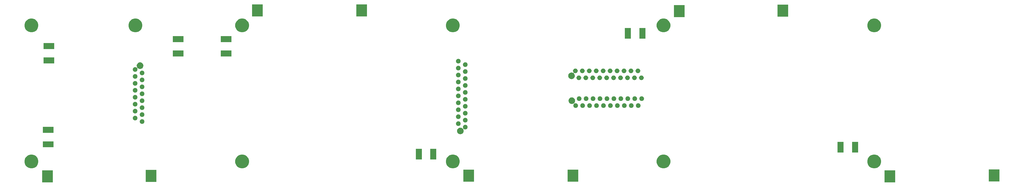
<source format=gbr>
G04 #@! TF.GenerationSoftware,KiCad,Pcbnew,5.0.2-bee76a0~70~ubuntu16.04.1*
G04 #@! TF.CreationDate,2019-05-02T01:50:19-04:00*
G04 #@! TF.ProjectId,BMS_Structural,424d535f-5374-4727-9563-747572616c2e,rev?*
G04 #@! TF.SameCoordinates,Original*
G04 #@! TF.FileFunction,Soldermask,Top*
G04 #@! TF.FilePolarity,Negative*
%FSLAX46Y46*%
G04 Gerber Fmt 4.6, Leading zero omitted, Abs format (unit mm)*
G04 Created by KiCad (PCBNEW 5.0.2-bee76a0~70~ubuntu16.04.1) date Thu 02 May 2019 01:50:19 AM EDT*
%MOMM*%
%LPD*%
G01*
G04 APERTURE LIST*
%ADD10C,0.100000*%
G04 APERTURE END LIST*
D10*
G36*
X338770000Y-84496000D02*
X334870000Y-84496000D01*
X334870000Y-80096000D01*
X338770000Y-80096000D01*
X338770000Y-84496000D01*
X338770000Y-84496000D01*
G37*
G36*
X30906000Y-84496000D02*
X27006000Y-84496000D01*
X27006000Y-80096000D01*
X30906000Y-80096000D01*
X30906000Y-84496000D01*
X30906000Y-84496000D01*
G37*
G36*
X68768000Y-84292800D02*
X64868000Y-84292800D01*
X64868000Y-79892800D01*
X68768000Y-79892800D01*
X68768000Y-84292800D01*
X68768000Y-84292800D01*
G37*
G36*
X184846000Y-84242000D02*
X180946000Y-84242000D01*
X180946000Y-79842000D01*
X184846000Y-79842000D01*
X184846000Y-84242000D01*
X184846000Y-84242000D01*
G37*
G36*
X222946000Y-84242000D02*
X219046000Y-84242000D01*
X219046000Y-79842000D01*
X222946000Y-79842000D01*
X222946000Y-84242000D01*
X222946000Y-84242000D01*
G37*
G36*
X376870000Y-84115000D02*
X372970000Y-84115000D01*
X372970000Y-79715000D01*
X376870000Y-79715000D01*
X376870000Y-84115000D01*
X376870000Y-84115000D01*
G37*
G36*
X100797850Y-74400699D02*
X100797852Y-74400700D01*
X100797853Y-74400700D01*
X101257210Y-74590972D01*
X101670623Y-74867206D01*
X102022194Y-75218777D01*
X102298428Y-75632190D01*
X102488701Y-76091550D01*
X102585700Y-76579196D01*
X102585700Y-77076404D01*
X102488701Y-77564050D01*
X102298428Y-78023410D01*
X102022194Y-78436823D01*
X101670623Y-78788394D01*
X101670620Y-78788396D01*
X101257210Y-79064628D01*
X100797853Y-79254900D01*
X100797852Y-79254900D01*
X100797850Y-79254901D01*
X100310204Y-79351900D01*
X99812996Y-79351900D01*
X99325350Y-79254901D01*
X99325348Y-79254900D01*
X99325347Y-79254900D01*
X98865990Y-79064628D01*
X98452580Y-78788396D01*
X98452577Y-78788394D01*
X98101006Y-78436823D01*
X97824772Y-78023410D01*
X97634499Y-77564050D01*
X97537500Y-77076404D01*
X97537500Y-76579196D01*
X97634499Y-76091550D01*
X97824772Y-75632190D01*
X98101006Y-75218777D01*
X98452577Y-74867206D01*
X98865990Y-74590972D01*
X99325347Y-74400700D01*
X99325348Y-74400700D01*
X99325350Y-74400699D01*
X99812996Y-74303700D01*
X100310204Y-74303700D01*
X100797850Y-74400699D01*
X100797850Y-74400699D01*
G37*
G36*
X254797851Y-74400699D02*
X254797853Y-74400700D01*
X254797854Y-74400700D01*
X255257211Y-74590972D01*
X255670624Y-74867206D01*
X256022195Y-75218777D01*
X256298429Y-75632190D01*
X256488702Y-76091550D01*
X256585701Y-76579196D01*
X256585701Y-77076404D01*
X256488702Y-77564050D01*
X256298429Y-78023410D01*
X256022195Y-78436823D01*
X255670624Y-78788394D01*
X255670621Y-78788396D01*
X255257211Y-79064628D01*
X254797854Y-79254900D01*
X254797853Y-79254900D01*
X254797851Y-79254901D01*
X254310205Y-79351900D01*
X253812997Y-79351900D01*
X253325351Y-79254901D01*
X253325349Y-79254900D01*
X253325348Y-79254900D01*
X252865991Y-79064628D01*
X252452581Y-78788396D01*
X252452578Y-78788394D01*
X252101007Y-78436823D01*
X251824773Y-78023410D01*
X251634500Y-77564050D01*
X251537501Y-77076404D01*
X251537501Y-76579196D01*
X251634500Y-76091550D01*
X251824773Y-75632190D01*
X252101007Y-75218777D01*
X252452578Y-74867206D01*
X252865991Y-74590972D01*
X253325348Y-74400700D01*
X253325349Y-74400700D01*
X253325351Y-74400699D01*
X253812997Y-74303700D01*
X254310205Y-74303700D01*
X254797851Y-74400699D01*
X254797851Y-74400699D01*
G37*
G36*
X331797851Y-74400699D02*
X331797853Y-74400700D01*
X331797854Y-74400700D01*
X332257211Y-74590972D01*
X332670624Y-74867206D01*
X333022195Y-75218777D01*
X333298429Y-75632190D01*
X333488702Y-76091550D01*
X333585701Y-76579196D01*
X333585701Y-77076404D01*
X333488702Y-77564050D01*
X333298429Y-78023410D01*
X333022195Y-78436823D01*
X332670624Y-78788394D01*
X332670621Y-78788396D01*
X332257211Y-79064628D01*
X331797854Y-79254900D01*
X331797853Y-79254900D01*
X331797851Y-79254901D01*
X331310205Y-79351900D01*
X330812997Y-79351900D01*
X330325351Y-79254901D01*
X330325349Y-79254900D01*
X330325348Y-79254900D01*
X329865991Y-79064628D01*
X329452581Y-78788396D01*
X329452578Y-78788394D01*
X329101007Y-78436823D01*
X328824773Y-78023410D01*
X328634500Y-77564050D01*
X328537501Y-77076404D01*
X328537501Y-76579196D01*
X328634500Y-76091550D01*
X328824773Y-75632190D01*
X329101007Y-75218777D01*
X329452578Y-74867206D01*
X329865991Y-74590972D01*
X330325348Y-74400700D01*
X330325349Y-74400700D01*
X330325351Y-74400699D01*
X330812997Y-74303700D01*
X331310205Y-74303700D01*
X331797851Y-74400699D01*
X331797851Y-74400699D01*
G37*
G36*
X177797850Y-74400699D02*
X177797852Y-74400700D01*
X177797853Y-74400700D01*
X178257210Y-74590972D01*
X178670623Y-74867206D01*
X179022194Y-75218777D01*
X179298428Y-75632190D01*
X179488701Y-76091550D01*
X179585700Y-76579196D01*
X179585700Y-77076404D01*
X179488701Y-77564050D01*
X179298428Y-78023410D01*
X179022194Y-78436823D01*
X178670623Y-78788394D01*
X178670620Y-78788396D01*
X178257210Y-79064628D01*
X177797853Y-79254900D01*
X177797852Y-79254900D01*
X177797850Y-79254901D01*
X177310204Y-79351900D01*
X176812996Y-79351900D01*
X176325350Y-79254901D01*
X176325348Y-79254900D01*
X176325347Y-79254900D01*
X175865990Y-79064628D01*
X175452580Y-78788396D01*
X175452577Y-78788394D01*
X175101006Y-78436823D01*
X174824772Y-78023410D01*
X174634499Y-77564050D01*
X174537500Y-77076404D01*
X174537500Y-76579196D01*
X174634499Y-76091550D01*
X174824772Y-75632190D01*
X175101006Y-75218777D01*
X175452577Y-74867206D01*
X175865990Y-74590972D01*
X176325347Y-74400700D01*
X176325348Y-74400700D01*
X176325350Y-74400699D01*
X176812996Y-74303700D01*
X177310204Y-74303700D01*
X177797850Y-74400699D01*
X177797850Y-74400699D01*
G37*
G36*
X23797850Y-74400699D02*
X23797852Y-74400700D01*
X23797853Y-74400700D01*
X24257210Y-74590972D01*
X24670623Y-74867206D01*
X25022194Y-75218777D01*
X25298428Y-75632190D01*
X25488701Y-76091550D01*
X25585700Y-76579196D01*
X25585700Y-77076404D01*
X25488701Y-77564050D01*
X25298428Y-78023410D01*
X25022194Y-78436823D01*
X24670623Y-78788394D01*
X24670620Y-78788396D01*
X24257210Y-79064628D01*
X23797853Y-79254900D01*
X23797852Y-79254900D01*
X23797850Y-79254901D01*
X23310204Y-79351900D01*
X22812996Y-79351900D01*
X22325350Y-79254901D01*
X22325348Y-79254900D01*
X22325347Y-79254900D01*
X21865990Y-79064628D01*
X21452580Y-78788396D01*
X21452577Y-78788394D01*
X21101006Y-78436823D01*
X20824772Y-78023410D01*
X20634499Y-77564050D01*
X20537500Y-77076404D01*
X20537500Y-76579196D01*
X20634499Y-76091550D01*
X20824772Y-75632190D01*
X21101006Y-75218777D01*
X21452577Y-74867206D01*
X21865990Y-74590972D01*
X22325347Y-74400700D01*
X22325348Y-74400700D01*
X22325350Y-74400699D01*
X22812996Y-74303700D01*
X23310204Y-74303700D01*
X23797850Y-74400699D01*
X23797850Y-74400699D01*
G37*
G36*
X171016000Y-76118000D02*
X168836000Y-76118000D01*
X168836000Y-72218000D01*
X171016000Y-72218000D01*
X171016000Y-76118000D01*
X171016000Y-76118000D01*
G37*
G36*
X165736000Y-76118000D02*
X163556000Y-76118000D01*
X163556000Y-72218000D01*
X165736000Y-72218000D01*
X165736000Y-76118000D01*
X165736000Y-76118000D01*
G37*
G36*
X319860000Y-73578000D02*
X317680000Y-73578000D01*
X317680000Y-69678000D01*
X319860000Y-69678000D01*
X319860000Y-73578000D01*
X319860000Y-73578000D01*
G37*
G36*
X325140000Y-73578000D02*
X322960000Y-73578000D01*
X322960000Y-69678000D01*
X325140000Y-69678000D01*
X325140000Y-73578000D01*
X325140000Y-73578000D01*
G37*
G36*
X31160000Y-71648000D02*
X27260000Y-71648000D01*
X27260000Y-69468000D01*
X31160000Y-69468000D01*
X31160000Y-71648000D01*
X31160000Y-71648000D01*
G37*
G36*
X181857934Y-63444664D02*
X182012627Y-63508740D01*
X182151847Y-63601764D01*
X182270236Y-63720153D01*
X182363260Y-63859373D01*
X182427336Y-64014066D01*
X182460000Y-64178281D01*
X182460000Y-64345719D01*
X182427336Y-64509934D01*
X182363260Y-64664627D01*
X182270236Y-64803847D01*
X182151847Y-64922236D01*
X182012627Y-65015260D01*
X181857934Y-65079336D01*
X181693719Y-65112000D01*
X181526281Y-65112000D01*
X181362066Y-65079336D01*
X181207373Y-65015260D01*
X181068153Y-64922236D01*
X181033688Y-64887771D01*
X181014746Y-64872225D01*
X180993135Y-64860674D01*
X180969686Y-64853561D01*
X180945300Y-64851159D01*
X180920914Y-64853561D01*
X180897465Y-64860674D01*
X180875854Y-64872225D01*
X180856912Y-64887771D01*
X180841366Y-64906713D01*
X180829815Y-64928324D01*
X180822702Y-64951773D01*
X180820300Y-64976159D01*
X180822702Y-65000545D01*
X180829815Y-65023994D01*
X180841366Y-65045605D01*
X180873427Y-65093588D01*
X180963885Y-65311974D01*
X181010000Y-65543809D01*
X181010000Y-65780191D01*
X180963885Y-66012026D01*
X180873427Y-66230412D01*
X180742099Y-66426958D01*
X180574958Y-66594099D01*
X180378412Y-66725427D01*
X180160026Y-66815885D01*
X179928191Y-66862000D01*
X179691809Y-66862000D01*
X179459974Y-66815885D01*
X179241588Y-66725427D01*
X179045042Y-66594099D01*
X178877901Y-66426958D01*
X178746573Y-66230412D01*
X178656115Y-66012026D01*
X178610000Y-65780191D01*
X178610000Y-65543809D01*
X178656115Y-65311974D01*
X178746573Y-65093588D01*
X178877901Y-64897042D01*
X179045042Y-64729901D01*
X179241588Y-64598573D01*
X179459974Y-64508115D01*
X179691809Y-64462000D01*
X179928191Y-64462000D01*
X180160026Y-64508115D01*
X180378412Y-64598573D01*
X180574958Y-64729901D01*
X180658176Y-64813119D01*
X180677118Y-64828665D01*
X180698729Y-64840216D01*
X180722178Y-64847329D01*
X180746564Y-64849731D01*
X180770950Y-64847329D01*
X180794399Y-64840216D01*
X180816010Y-64828665D01*
X180834952Y-64813119D01*
X180850498Y-64794177D01*
X180862049Y-64772566D01*
X180869162Y-64749117D01*
X180871564Y-64724731D01*
X180869162Y-64700345D01*
X180862049Y-64676896D01*
X180861041Y-64675010D01*
X180792664Y-64509934D01*
X180760000Y-64345719D01*
X180760000Y-64178281D01*
X180792664Y-64014066D01*
X180856740Y-63859373D01*
X180949764Y-63720153D01*
X181068153Y-63601764D01*
X181207373Y-63508740D01*
X181362066Y-63444664D01*
X181526281Y-63412000D01*
X181693719Y-63412000D01*
X181857934Y-63444664D01*
X181857934Y-63444664D01*
G37*
G36*
X31160000Y-66368000D02*
X27260000Y-66368000D01*
X27260000Y-64188000D01*
X31160000Y-64188000D01*
X31160000Y-66368000D01*
X31160000Y-66368000D01*
G37*
G36*
X179317934Y-62174664D02*
X179472627Y-62238740D01*
X179611847Y-62331764D01*
X179730236Y-62450153D01*
X179823260Y-62589373D01*
X179887336Y-62744066D01*
X179920000Y-62908281D01*
X179920000Y-63075719D01*
X179887336Y-63239934D01*
X179823260Y-63394627D01*
X179730236Y-63533847D01*
X179611847Y-63652236D01*
X179472627Y-63745260D01*
X179317934Y-63809336D01*
X179153719Y-63842000D01*
X178986281Y-63842000D01*
X178822066Y-63809336D01*
X178667373Y-63745260D01*
X178528153Y-63652236D01*
X178409764Y-63533847D01*
X178316740Y-63394627D01*
X178252664Y-63239934D01*
X178220000Y-63075719D01*
X178220000Y-62908281D01*
X178252664Y-62744066D01*
X178316740Y-62589373D01*
X178409764Y-62450153D01*
X178528153Y-62331764D01*
X178667373Y-62238740D01*
X178822066Y-62174664D01*
X178986281Y-62142000D01*
X179153719Y-62142000D01*
X179317934Y-62174664D01*
X179317934Y-62174664D01*
G37*
G36*
X63747934Y-61412664D02*
X63902627Y-61476740D01*
X64041847Y-61569764D01*
X64160236Y-61688153D01*
X64253260Y-61827373D01*
X64317336Y-61982066D01*
X64350000Y-62146281D01*
X64350000Y-62313719D01*
X64317336Y-62477934D01*
X64253260Y-62632627D01*
X64160236Y-62771847D01*
X64041847Y-62890236D01*
X63902627Y-62983260D01*
X63747934Y-63047336D01*
X63583719Y-63080000D01*
X63416281Y-63080000D01*
X63252066Y-63047336D01*
X63097373Y-62983260D01*
X62958153Y-62890236D01*
X62839764Y-62771847D01*
X62746740Y-62632627D01*
X62682664Y-62477934D01*
X62650000Y-62313719D01*
X62650000Y-62146281D01*
X62682664Y-61982066D01*
X62746740Y-61827373D01*
X62839764Y-61688153D01*
X62958153Y-61569764D01*
X63097373Y-61476740D01*
X63252066Y-61412664D01*
X63416281Y-61380000D01*
X63583719Y-61380000D01*
X63747934Y-61412664D01*
X63747934Y-61412664D01*
G37*
G36*
X181857934Y-60904664D02*
X182012627Y-60968740D01*
X182151847Y-61061764D01*
X182270236Y-61180153D01*
X182363260Y-61319373D01*
X182427336Y-61474066D01*
X182460000Y-61638281D01*
X182460000Y-61805719D01*
X182427336Y-61969934D01*
X182363260Y-62124627D01*
X182270236Y-62263847D01*
X182151847Y-62382236D01*
X182012627Y-62475260D01*
X181857934Y-62539336D01*
X181693719Y-62572000D01*
X181526281Y-62572000D01*
X181362066Y-62539336D01*
X181207373Y-62475260D01*
X181068153Y-62382236D01*
X180949764Y-62263847D01*
X180856740Y-62124627D01*
X180792664Y-61969934D01*
X180760000Y-61805719D01*
X180760000Y-61638281D01*
X180792664Y-61474066D01*
X180856740Y-61319373D01*
X180949764Y-61180153D01*
X181068153Y-61061764D01*
X181207373Y-60968740D01*
X181362066Y-60904664D01*
X181526281Y-60872000D01*
X181693719Y-60872000D01*
X181857934Y-60904664D01*
X181857934Y-60904664D01*
G37*
G36*
X61207934Y-60142664D02*
X61362627Y-60206740D01*
X61501847Y-60299764D01*
X61620236Y-60418153D01*
X61713260Y-60557373D01*
X61777336Y-60712066D01*
X61810000Y-60876281D01*
X61810000Y-61043719D01*
X61777336Y-61207934D01*
X61713260Y-61362627D01*
X61620236Y-61501847D01*
X61501847Y-61620236D01*
X61362627Y-61713260D01*
X61207934Y-61777336D01*
X61043719Y-61810000D01*
X60876281Y-61810000D01*
X60712066Y-61777336D01*
X60557373Y-61713260D01*
X60418153Y-61620236D01*
X60299764Y-61501847D01*
X60206740Y-61362627D01*
X60142664Y-61207934D01*
X60110000Y-61043719D01*
X60110000Y-60876281D01*
X60142664Y-60712066D01*
X60206740Y-60557373D01*
X60299764Y-60418153D01*
X60418153Y-60299764D01*
X60557373Y-60206740D01*
X60712066Y-60142664D01*
X60876281Y-60110000D01*
X61043719Y-60110000D01*
X61207934Y-60142664D01*
X61207934Y-60142664D01*
G37*
G36*
X179317934Y-59634664D02*
X179472627Y-59698740D01*
X179611847Y-59791764D01*
X179730236Y-59910153D01*
X179823260Y-60049373D01*
X179887336Y-60204066D01*
X179920000Y-60368281D01*
X179920000Y-60535719D01*
X179887336Y-60699934D01*
X179823260Y-60854627D01*
X179730236Y-60993847D01*
X179611847Y-61112236D01*
X179472627Y-61205260D01*
X179317934Y-61269336D01*
X179153719Y-61302000D01*
X178986281Y-61302000D01*
X178822066Y-61269336D01*
X178667373Y-61205260D01*
X178528153Y-61112236D01*
X178409764Y-60993847D01*
X178316740Y-60854627D01*
X178252664Y-60699934D01*
X178220000Y-60535719D01*
X178220000Y-60368281D01*
X178252664Y-60204066D01*
X178316740Y-60049373D01*
X178409764Y-59910153D01*
X178528153Y-59791764D01*
X178667373Y-59698740D01*
X178822066Y-59634664D01*
X178986281Y-59602000D01*
X179153719Y-59602000D01*
X179317934Y-59634664D01*
X179317934Y-59634664D01*
G37*
G36*
X63747934Y-58872664D02*
X63902627Y-58936740D01*
X64041847Y-59029764D01*
X64160236Y-59148153D01*
X64253260Y-59287373D01*
X64317336Y-59442066D01*
X64350000Y-59606281D01*
X64350000Y-59773719D01*
X64317336Y-59937934D01*
X64253260Y-60092627D01*
X64160236Y-60231847D01*
X64041847Y-60350236D01*
X63902627Y-60443260D01*
X63747934Y-60507336D01*
X63583719Y-60540000D01*
X63416281Y-60540000D01*
X63252066Y-60507336D01*
X63097373Y-60443260D01*
X62958153Y-60350236D01*
X62839764Y-60231847D01*
X62746740Y-60092627D01*
X62682664Y-59937934D01*
X62650000Y-59773719D01*
X62650000Y-59606281D01*
X62682664Y-59442066D01*
X62746740Y-59287373D01*
X62839764Y-59148153D01*
X62958153Y-59029764D01*
X63097373Y-58936740D01*
X63252066Y-58872664D01*
X63416281Y-58840000D01*
X63583719Y-58840000D01*
X63747934Y-58872664D01*
X63747934Y-58872664D01*
G37*
G36*
X181857934Y-58364664D02*
X182012627Y-58428740D01*
X182151847Y-58521764D01*
X182270236Y-58640153D01*
X182363260Y-58779373D01*
X182427336Y-58934066D01*
X182460000Y-59098281D01*
X182460000Y-59265719D01*
X182427336Y-59429934D01*
X182363260Y-59584627D01*
X182270236Y-59723847D01*
X182151847Y-59842236D01*
X182012627Y-59935260D01*
X181857934Y-59999336D01*
X181693719Y-60032000D01*
X181526281Y-60032000D01*
X181362066Y-59999336D01*
X181207373Y-59935260D01*
X181068153Y-59842236D01*
X180949764Y-59723847D01*
X180856740Y-59584627D01*
X180792664Y-59429934D01*
X180760000Y-59265719D01*
X180760000Y-59098281D01*
X180792664Y-58934066D01*
X180856740Y-58779373D01*
X180949764Y-58640153D01*
X181068153Y-58521764D01*
X181207373Y-58428740D01*
X181362066Y-58364664D01*
X181526281Y-58332000D01*
X181693719Y-58332000D01*
X181857934Y-58364664D01*
X181857934Y-58364664D01*
G37*
G36*
X61207934Y-57602664D02*
X61362627Y-57666740D01*
X61501847Y-57759764D01*
X61620236Y-57878153D01*
X61713260Y-58017373D01*
X61777336Y-58172066D01*
X61810000Y-58336281D01*
X61810000Y-58503719D01*
X61777336Y-58667934D01*
X61713260Y-58822627D01*
X61620236Y-58961847D01*
X61501847Y-59080236D01*
X61362627Y-59173260D01*
X61207934Y-59237336D01*
X61043719Y-59270000D01*
X60876281Y-59270000D01*
X60712066Y-59237336D01*
X60557373Y-59173260D01*
X60418153Y-59080236D01*
X60299764Y-58961847D01*
X60206740Y-58822627D01*
X60142664Y-58667934D01*
X60110000Y-58503719D01*
X60110000Y-58336281D01*
X60142664Y-58172066D01*
X60206740Y-58017373D01*
X60299764Y-57878153D01*
X60418153Y-57759764D01*
X60557373Y-57666740D01*
X60712066Y-57602664D01*
X60876281Y-57570000D01*
X61043719Y-57570000D01*
X61207934Y-57602664D01*
X61207934Y-57602664D01*
G37*
G36*
X179317934Y-57094664D02*
X179472627Y-57158740D01*
X179611847Y-57251764D01*
X179730236Y-57370153D01*
X179823260Y-57509373D01*
X179887336Y-57664066D01*
X179920000Y-57828281D01*
X179920000Y-57995719D01*
X179887336Y-58159934D01*
X179823260Y-58314627D01*
X179730236Y-58453847D01*
X179611847Y-58572236D01*
X179472627Y-58665260D01*
X179317934Y-58729336D01*
X179153719Y-58762000D01*
X178986281Y-58762000D01*
X178822066Y-58729336D01*
X178667373Y-58665260D01*
X178528153Y-58572236D01*
X178409764Y-58453847D01*
X178316740Y-58314627D01*
X178252664Y-58159934D01*
X178220000Y-57995719D01*
X178220000Y-57828281D01*
X178252664Y-57664066D01*
X178316740Y-57509373D01*
X178409764Y-57370153D01*
X178528153Y-57251764D01*
X178667373Y-57158740D01*
X178822066Y-57094664D01*
X178986281Y-57062000D01*
X179153719Y-57062000D01*
X179317934Y-57094664D01*
X179317934Y-57094664D01*
G37*
G36*
X63747934Y-56332664D02*
X63902627Y-56396740D01*
X64041847Y-56489764D01*
X64160236Y-56608153D01*
X64253260Y-56747373D01*
X64317336Y-56902066D01*
X64350000Y-57066281D01*
X64350000Y-57233719D01*
X64317336Y-57397934D01*
X64253260Y-57552627D01*
X64160236Y-57691847D01*
X64041847Y-57810236D01*
X63902627Y-57903260D01*
X63747934Y-57967336D01*
X63583719Y-58000000D01*
X63416281Y-58000000D01*
X63252066Y-57967336D01*
X63097373Y-57903260D01*
X62958153Y-57810236D01*
X62839764Y-57691847D01*
X62746740Y-57552627D01*
X62682664Y-57397934D01*
X62650000Y-57233719D01*
X62650000Y-57066281D01*
X62682664Y-56902066D01*
X62746740Y-56747373D01*
X62839764Y-56608153D01*
X62958153Y-56489764D01*
X63097373Y-56396740D01*
X63252066Y-56332664D01*
X63416281Y-56300000D01*
X63583719Y-56300000D01*
X63747934Y-56332664D01*
X63747934Y-56332664D01*
G37*
G36*
X181857934Y-55824664D02*
X182012627Y-55888740D01*
X182151847Y-55981764D01*
X182270236Y-56100153D01*
X182363260Y-56239373D01*
X182427336Y-56394066D01*
X182460000Y-56558281D01*
X182460000Y-56725719D01*
X182427336Y-56889934D01*
X182363260Y-57044627D01*
X182270236Y-57183847D01*
X182151847Y-57302236D01*
X182012627Y-57395260D01*
X181857934Y-57459336D01*
X181693719Y-57492000D01*
X181526281Y-57492000D01*
X181362066Y-57459336D01*
X181207373Y-57395260D01*
X181068153Y-57302236D01*
X180949764Y-57183847D01*
X180856740Y-57044627D01*
X180792664Y-56889934D01*
X180760000Y-56725719D01*
X180760000Y-56558281D01*
X180792664Y-56394066D01*
X180856740Y-56239373D01*
X180949764Y-56100153D01*
X181068153Y-55981764D01*
X181207373Y-55888740D01*
X181362066Y-55824664D01*
X181526281Y-55792000D01*
X181693719Y-55792000D01*
X181857934Y-55824664D01*
X181857934Y-55824664D01*
G37*
G36*
X234893134Y-55570664D02*
X235047827Y-55634740D01*
X235187047Y-55727764D01*
X235305436Y-55846153D01*
X235398460Y-55985373D01*
X235462536Y-56140066D01*
X235495200Y-56304281D01*
X235495200Y-56471719D01*
X235462536Y-56635934D01*
X235398460Y-56790627D01*
X235305436Y-56929847D01*
X235187047Y-57048236D01*
X235047827Y-57141260D01*
X234893134Y-57205336D01*
X234728919Y-57238000D01*
X234561481Y-57238000D01*
X234397266Y-57205336D01*
X234242573Y-57141260D01*
X234103353Y-57048236D01*
X233984964Y-56929847D01*
X233891940Y-56790627D01*
X233827864Y-56635934D01*
X233795200Y-56471719D01*
X233795200Y-56304281D01*
X233827864Y-56140066D01*
X233891940Y-55985373D01*
X233984964Y-55846153D01*
X234103353Y-55727764D01*
X234242573Y-55634740D01*
X234397266Y-55570664D01*
X234561481Y-55538000D01*
X234728919Y-55538000D01*
X234893134Y-55570664D01*
X234893134Y-55570664D01*
G37*
G36*
X237433134Y-55570664D02*
X237587827Y-55634740D01*
X237727047Y-55727764D01*
X237845436Y-55846153D01*
X237938460Y-55985373D01*
X238002536Y-56140066D01*
X238035200Y-56304281D01*
X238035200Y-56471719D01*
X238002536Y-56635934D01*
X237938460Y-56790627D01*
X237845436Y-56929847D01*
X237727047Y-57048236D01*
X237587827Y-57141260D01*
X237433134Y-57205336D01*
X237268919Y-57238000D01*
X237101481Y-57238000D01*
X236937266Y-57205336D01*
X236782573Y-57141260D01*
X236643353Y-57048236D01*
X236524964Y-56929847D01*
X236431940Y-56790627D01*
X236367864Y-56635934D01*
X236335200Y-56471719D01*
X236335200Y-56304281D01*
X236367864Y-56140066D01*
X236431940Y-55985373D01*
X236524964Y-55846153D01*
X236643353Y-55727764D01*
X236782573Y-55634740D01*
X236937266Y-55570664D01*
X237101481Y-55538000D01*
X237268919Y-55538000D01*
X237433134Y-55570664D01*
X237433134Y-55570664D01*
G37*
G36*
X239973134Y-55570664D02*
X240127827Y-55634740D01*
X240267047Y-55727764D01*
X240385436Y-55846153D01*
X240478460Y-55985373D01*
X240542536Y-56140066D01*
X240575200Y-56304281D01*
X240575200Y-56471719D01*
X240542536Y-56635934D01*
X240478460Y-56790627D01*
X240385436Y-56929847D01*
X240267047Y-57048236D01*
X240127827Y-57141260D01*
X239973134Y-57205336D01*
X239808919Y-57238000D01*
X239641481Y-57238000D01*
X239477266Y-57205336D01*
X239322573Y-57141260D01*
X239183353Y-57048236D01*
X239064964Y-56929847D01*
X238971940Y-56790627D01*
X238907864Y-56635934D01*
X238875200Y-56471719D01*
X238875200Y-56304281D01*
X238907864Y-56140066D01*
X238971940Y-55985373D01*
X239064964Y-55846153D01*
X239183353Y-55727764D01*
X239322573Y-55634740D01*
X239477266Y-55570664D01*
X239641481Y-55538000D01*
X239808919Y-55538000D01*
X239973134Y-55570664D01*
X239973134Y-55570664D01*
G37*
G36*
X242513134Y-55570664D02*
X242667827Y-55634740D01*
X242807047Y-55727764D01*
X242925436Y-55846153D01*
X243018460Y-55985373D01*
X243082536Y-56140066D01*
X243115200Y-56304281D01*
X243115200Y-56471719D01*
X243082536Y-56635934D01*
X243018460Y-56790627D01*
X242925436Y-56929847D01*
X242807047Y-57048236D01*
X242667827Y-57141260D01*
X242513134Y-57205336D01*
X242348919Y-57238000D01*
X242181481Y-57238000D01*
X242017266Y-57205336D01*
X241862573Y-57141260D01*
X241723353Y-57048236D01*
X241604964Y-56929847D01*
X241511940Y-56790627D01*
X241447864Y-56635934D01*
X241415200Y-56471719D01*
X241415200Y-56304281D01*
X241447864Y-56140066D01*
X241511940Y-55985373D01*
X241604964Y-55846153D01*
X241723353Y-55727764D01*
X241862573Y-55634740D01*
X242017266Y-55570664D01*
X242181481Y-55538000D01*
X242348919Y-55538000D01*
X242513134Y-55570664D01*
X242513134Y-55570664D01*
G37*
G36*
X245053134Y-55570664D02*
X245207827Y-55634740D01*
X245347047Y-55727764D01*
X245465436Y-55846153D01*
X245558460Y-55985373D01*
X245622536Y-56140066D01*
X245655200Y-56304281D01*
X245655200Y-56471719D01*
X245622536Y-56635934D01*
X245558460Y-56790627D01*
X245465436Y-56929847D01*
X245347047Y-57048236D01*
X245207827Y-57141260D01*
X245053134Y-57205336D01*
X244888919Y-57238000D01*
X244721481Y-57238000D01*
X244557266Y-57205336D01*
X244402573Y-57141260D01*
X244263353Y-57048236D01*
X244144964Y-56929847D01*
X244051940Y-56790627D01*
X243987864Y-56635934D01*
X243955200Y-56471719D01*
X243955200Y-56304281D01*
X243987864Y-56140066D01*
X244051940Y-55985373D01*
X244144964Y-55846153D01*
X244263353Y-55727764D01*
X244402573Y-55634740D01*
X244557266Y-55570664D01*
X244721481Y-55538000D01*
X244888919Y-55538000D01*
X245053134Y-55570664D01*
X245053134Y-55570664D01*
G37*
G36*
X227273134Y-55570664D02*
X227427827Y-55634740D01*
X227567047Y-55727764D01*
X227685436Y-55846153D01*
X227778460Y-55985373D01*
X227842536Y-56140066D01*
X227875200Y-56304281D01*
X227875200Y-56471719D01*
X227842536Y-56635934D01*
X227778460Y-56790627D01*
X227685436Y-56929847D01*
X227567047Y-57048236D01*
X227427827Y-57141260D01*
X227273134Y-57205336D01*
X227108919Y-57238000D01*
X226941481Y-57238000D01*
X226777266Y-57205336D01*
X226622573Y-57141260D01*
X226483353Y-57048236D01*
X226364964Y-56929847D01*
X226271940Y-56790627D01*
X226207864Y-56635934D01*
X226175200Y-56471719D01*
X226175200Y-56304281D01*
X226207864Y-56140066D01*
X226271940Y-55985373D01*
X226364964Y-55846153D01*
X226483353Y-55727764D01*
X226622573Y-55634740D01*
X226777266Y-55570664D01*
X226941481Y-55538000D01*
X227108919Y-55538000D01*
X227273134Y-55570664D01*
X227273134Y-55570664D01*
G37*
G36*
X229813134Y-55570664D02*
X229967827Y-55634740D01*
X230107047Y-55727764D01*
X230225436Y-55846153D01*
X230318460Y-55985373D01*
X230382536Y-56140066D01*
X230415200Y-56304281D01*
X230415200Y-56471719D01*
X230382536Y-56635934D01*
X230318460Y-56790627D01*
X230225436Y-56929847D01*
X230107047Y-57048236D01*
X229967827Y-57141260D01*
X229813134Y-57205336D01*
X229648919Y-57238000D01*
X229481481Y-57238000D01*
X229317266Y-57205336D01*
X229162573Y-57141260D01*
X229023353Y-57048236D01*
X228904964Y-56929847D01*
X228811940Y-56790627D01*
X228747864Y-56635934D01*
X228715200Y-56471719D01*
X228715200Y-56304281D01*
X228747864Y-56140066D01*
X228811940Y-55985373D01*
X228904964Y-55846153D01*
X229023353Y-55727764D01*
X229162573Y-55634740D01*
X229317266Y-55570664D01*
X229481481Y-55538000D01*
X229648919Y-55538000D01*
X229813134Y-55570664D01*
X229813134Y-55570664D01*
G37*
G36*
X220895226Y-53434115D02*
X221113612Y-53524573D01*
X221310158Y-53655901D01*
X221477299Y-53823042D01*
X221608627Y-54019588D01*
X221699085Y-54237974D01*
X221745200Y-54469809D01*
X221745200Y-54706191D01*
X221699085Y-54938026D01*
X221608627Y-55156412D01*
X221477299Y-55352958D01*
X221394081Y-55436176D01*
X221378535Y-55455118D01*
X221366984Y-55476729D01*
X221359871Y-55500178D01*
X221357469Y-55524564D01*
X221359871Y-55548950D01*
X221366984Y-55572399D01*
X221378535Y-55594010D01*
X221394081Y-55612952D01*
X221413023Y-55628498D01*
X221434634Y-55640049D01*
X221458083Y-55647162D01*
X221482469Y-55649564D01*
X221506855Y-55647162D01*
X221530304Y-55640049D01*
X221532190Y-55639041D01*
X221697266Y-55570664D01*
X221861481Y-55538000D01*
X222028919Y-55538000D01*
X222193134Y-55570664D01*
X222347827Y-55634740D01*
X222487047Y-55727764D01*
X222605436Y-55846153D01*
X222698460Y-55985373D01*
X222762536Y-56140066D01*
X222795200Y-56304281D01*
X222795200Y-56471719D01*
X222762536Y-56635934D01*
X222698460Y-56790627D01*
X222605436Y-56929847D01*
X222487047Y-57048236D01*
X222347827Y-57141260D01*
X222193134Y-57205336D01*
X222028919Y-57238000D01*
X221861481Y-57238000D01*
X221697266Y-57205336D01*
X221542573Y-57141260D01*
X221403353Y-57048236D01*
X221284964Y-56929847D01*
X221191940Y-56790627D01*
X221127864Y-56635934D01*
X221095200Y-56471719D01*
X221095200Y-56304281D01*
X221127864Y-56140066D01*
X221191940Y-55985373D01*
X221284964Y-55846153D01*
X221319429Y-55811688D01*
X221334975Y-55792746D01*
X221346526Y-55771135D01*
X221353639Y-55747686D01*
X221356041Y-55723300D01*
X221353639Y-55698914D01*
X221346526Y-55675465D01*
X221334975Y-55653854D01*
X221319429Y-55634912D01*
X221300487Y-55619366D01*
X221278876Y-55607815D01*
X221255427Y-55600702D01*
X221231041Y-55598300D01*
X221206655Y-55600702D01*
X221183206Y-55607815D01*
X221161595Y-55619366D01*
X221113612Y-55651427D01*
X220895226Y-55741885D01*
X220663391Y-55788000D01*
X220427009Y-55788000D01*
X220195174Y-55741885D01*
X219976788Y-55651427D01*
X219780242Y-55520099D01*
X219613101Y-55352958D01*
X219481773Y-55156412D01*
X219391315Y-54938026D01*
X219345200Y-54706191D01*
X219345200Y-54469809D01*
X219391315Y-54237974D01*
X219481773Y-54019588D01*
X219613101Y-53823042D01*
X219780242Y-53655901D01*
X219976788Y-53524573D01*
X220195174Y-53434115D01*
X220427009Y-53388000D01*
X220663391Y-53388000D01*
X220895226Y-53434115D01*
X220895226Y-53434115D01*
G37*
G36*
X224733134Y-55570664D02*
X224887827Y-55634740D01*
X225027047Y-55727764D01*
X225145436Y-55846153D01*
X225238460Y-55985373D01*
X225302536Y-56140066D01*
X225335200Y-56304281D01*
X225335200Y-56471719D01*
X225302536Y-56635934D01*
X225238460Y-56790627D01*
X225145436Y-56929847D01*
X225027047Y-57048236D01*
X224887827Y-57141260D01*
X224733134Y-57205336D01*
X224568919Y-57238000D01*
X224401481Y-57238000D01*
X224237266Y-57205336D01*
X224082573Y-57141260D01*
X223943353Y-57048236D01*
X223824964Y-56929847D01*
X223731940Y-56790627D01*
X223667864Y-56635934D01*
X223635200Y-56471719D01*
X223635200Y-56304281D01*
X223667864Y-56140066D01*
X223731940Y-55985373D01*
X223824964Y-55846153D01*
X223943353Y-55727764D01*
X224082573Y-55634740D01*
X224237266Y-55570664D01*
X224401481Y-55538000D01*
X224568919Y-55538000D01*
X224733134Y-55570664D01*
X224733134Y-55570664D01*
G37*
G36*
X232353134Y-55570664D02*
X232507827Y-55634740D01*
X232647047Y-55727764D01*
X232765436Y-55846153D01*
X232858460Y-55985373D01*
X232922536Y-56140066D01*
X232955200Y-56304281D01*
X232955200Y-56471719D01*
X232922536Y-56635934D01*
X232858460Y-56790627D01*
X232765436Y-56929847D01*
X232647047Y-57048236D01*
X232507827Y-57141260D01*
X232353134Y-57205336D01*
X232188919Y-57238000D01*
X232021481Y-57238000D01*
X231857266Y-57205336D01*
X231702573Y-57141260D01*
X231563353Y-57048236D01*
X231444964Y-56929847D01*
X231351940Y-56790627D01*
X231287864Y-56635934D01*
X231255200Y-56471719D01*
X231255200Y-56304281D01*
X231287864Y-56140066D01*
X231351940Y-55985373D01*
X231444964Y-55846153D01*
X231563353Y-55727764D01*
X231702573Y-55634740D01*
X231857266Y-55570664D01*
X232021481Y-55538000D01*
X232188919Y-55538000D01*
X232353134Y-55570664D01*
X232353134Y-55570664D01*
G37*
G36*
X61207934Y-55062664D02*
X61362627Y-55126740D01*
X61501847Y-55219764D01*
X61620236Y-55338153D01*
X61713260Y-55477373D01*
X61777336Y-55632066D01*
X61810000Y-55796281D01*
X61810000Y-55963719D01*
X61777336Y-56127934D01*
X61713260Y-56282627D01*
X61620236Y-56421847D01*
X61501847Y-56540236D01*
X61362627Y-56633260D01*
X61207934Y-56697336D01*
X61043719Y-56730000D01*
X60876281Y-56730000D01*
X60712066Y-56697336D01*
X60557373Y-56633260D01*
X60418153Y-56540236D01*
X60299764Y-56421847D01*
X60206740Y-56282627D01*
X60142664Y-56127934D01*
X60110000Y-55963719D01*
X60110000Y-55796281D01*
X60142664Y-55632066D01*
X60206740Y-55477373D01*
X60299764Y-55338153D01*
X60418153Y-55219764D01*
X60557373Y-55126740D01*
X60712066Y-55062664D01*
X60876281Y-55030000D01*
X61043719Y-55030000D01*
X61207934Y-55062664D01*
X61207934Y-55062664D01*
G37*
G36*
X179317934Y-54554664D02*
X179472627Y-54618740D01*
X179611847Y-54711764D01*
X179730236Y-54830153D01*
X179823260Y-54969373D01*
X179887336Y-55124066D01*
X179920000Y-55288281D01*
X179920000Y-55455719D01*
X179887336Y-55619934D01*
X179823260Y-55774627D01*
X179730236Y-55913847D01*
X179611847Y-56032236D01*
X179472627Y-56125260D01*
X179317934Y-56189336D01*
X179153719Y-56222000D01*
X178986281Y-56222000D01*
X178822066Y-56189336D01*
X178667373Y-56125260D01*
X178528153Y-56032236D01*
X178409764Y-55913847D01*
X178316740Y-55774627D01*
X178252664Y-55619934D01*
X178220000Y-55455719D01*
X178220000Y-55288281D01*
X178252664Y-55124066D01*
X178316740Y-54969373D01*
X178409764Y-54830153D01*
X178528153Y-54711764D01*
X178667373Y-54618740D01*
X178822066Y-54554664D01*
X178986281Y-54522000D01*
X179153719Y-54522000D01*
X179317934Y-54554664D01*
X179317934Y-54554664D01*
G37*
G36*
X63747934Y-53792664D02*
X63902627Y-53856740D01*
X64041847Y-53949764D01*
X64160236Y-54068153D01*
X64253260Y-54207373D01*
X64317336Y-54362066D01*
X64350000Y-54526281D01*
X64350000Y-54693719D01*
X64317336Y-54857934D01*
X64253260Y-55012627D01*
X64160236Y-55151847D01*
X64041847Y-55270236D01*
X63902627Y-55363260D01*
X63747934Y-55427336D01*
X63583719Y-55460000D01*
X63416281Y-55460000D01*
X63252066Y-55427336D01*
X63097373Y-55363260D01*
X62958153Y-55270236D01*
X62839764Y-55151847D01*
X62746740Y-55012627D01*
X62682664Y-54857934D01*
X62650000Y-54693719D01*
X62650000Y-54526281D01*
X62682664Y-54362066D01*
X62746740Y-54207373D01*
X62839764Y-54068153D01*
X62958153Y-53949764D01*
X63097373Y-53856740D01*
X63252066Y-53792664D01*
X63416281Y-53760000D01*
X63583719Y-53760000D01*
X63747934Y-53792664D01*
X63747934Y-53792664D01*
G37*
G36*
X181857934Y-53284664D02*
X182012627Y-53348740D01*
X182151847Y-53441764D01*
X182270236Y-53560153D01*
X182363260Y-53699373D01*
X182427336Y-53854066D01*
X182460000Y-54018281D01*
X182460000Y-54185719D01*
X182427336Y-54349934D01*
X182363260Y-54504627D01*
X182270236Y-54643847D01*
X182151847Y-54762236D01*
X182012627Y-54855260D01*
X181857934Y-54919336D01*
X181693719Y-54952000D01*
X181526281Y-54952000D01*
X181362066Y-54919336D01*
X181207373Y-54855260D01*
X181068153Y-54762236D01*
X180949764Y-54643847D01*
X180856740Y-54504627D01*
X180792664Y-54349934D01*
X180760000Y-54185719D01*
X180760000Y-54018281D01*
X180792664Y-53854066D01*
X180856740Y-53699373D01*
X180949764Y-53560153D01*
X181068153Y-53441764D01*
X181207373Y-53348740D01*
X181362066Y-53284664D01*
X181526281Y-53252000D01*
X181693719Y-53252000D01*
X181857934Y-53284664D01*
X181857934Y-53284664D01*
G37*
G36*
X223463134Y-53030664D02*
X223617827Y-53094740D01*
X223757047Y-53187764D01*
X223875436Y-53306153D01*
X223968460Y-53445373D01*
X224032536Y-53600066D01*
X224065200Y-53764281D01*
X224065200Y-53931719D01*
X224032536Y-54095934D01*
X223968460Y-54250627D01*
X223875436Y-54389847D01*
X223757047Y-54508236D01*
X223617827Y-54601260D01*
X223463134Y-54665336D01*
X223298919Y-54698000D01*
X223131481Y-54698000D01*
X222967266Y-54665336D01*
X222812573Y-54601260D01*
X222673353Y-54508236D01*
X222554964Y-54389847D01*
X222461940Y-54250627D01*
X222397864Y-54095934D01*
X222365200Y-53931719D01*
X222365200Y-53764281D01*
X222397864Y-53600066D01*
X222461940Y-53445373D01*
X222554964Y-53306153D01*
X222673353Y-53187764D01*
X222812573Y-53094740D01*
X222967266Y-53030664D01*
X223131481Y-52998000D01*
X223298919Y-52998000D01*
X223463134Y-53030664D01*
X223463134Y-53030664D01*
G37*
G36*
X233623134Y-53030664D02*
X233777827Y-53094740D01*
X233917047Y-53187764D01*
X234035436Y-53306153D01*
X234128460Y-53445373D01*
X234192536Y-53600066D01*
X234225200Y-53764281D01*
X234225200Y-53931719D01*
X234192536Y-54095934D01*
X234128460Y-54250627D01*
X234035436Y-54389847D01*
X233917047Y-54508236D01*
X233777827Y-54601260D01*
X233623134Y-54665336D01*
X233458919Y-54698000D01*
X233291481Y-54698000D01*
X233127266Y-54665336D01*
X232972573Y-54601260D01*
X232833353Y-54508236D01*
X232714964Y-54389847D01*
X232621940Y-54250627D01*
X232557864Y-54095934D01*
X232525200Y-53931719D01*
X232525200Y-53764281D01*
X232557864Y-53600066D01*
X232621940Y-53445373D01*
X232714964Y-53306153D01*
X232833353Y-53187764D01*
X232972573Y-53094740D01*
X233127266Y-53030664D01*
X233291481Y-52998000D01*
X233458919Y-52998000D01*
X233623134Y-53030664D01*
X233623134Y-53030664D01*
G37*
G36*
X236163134Y-53030664D02*
X236317827Y-53094740D01*
X236457047Y-53187764D01*
X236575436Y-53306153D01*
X236668460Y-53445373D01*
X236732536Y-53600066D01*
X236765200Y-53764281D01*
X236765200Y-53931719D01*
X236732536Y-54095934D01*
X236668460Y-54250627D01*
X236575436Y-54389847D01*
X236457047Y-54508236D01*
X236317827Y-54601260D01*
X236163134Y-54665336D01*
X235998919Y-54698000D01*
X235831481Y-54698000D01*
X235667266Y-54665336D01*
X235512573Y-54601260D01*
X235373353Y-54508236D01*
X235254964Y-54389847D01*
X235161940Y-54250627D01*
X235097864Y-54095934D01*
X235065200Y-53931719D01*
X235065200Y-53764281D01*
X235097864Y-53600066D01*
X235161940Y-53445373D01*
X235254964Y-53306153D01*
X235373353Y-53187764D01*
X235512573Y-53094740D01*
X235667266Y-53030664D01*
X235831481Y-52998000D01*
X235998919Y-52998000D01*
X236163134Y-53030664D01*
X236163134Y-53030664D01*
G37*
G36*
X231083134Y-53030664D02*
X231237827Y-53094740D01*
X231377047Y-53187764D01*
X231495436Y-53306153D01*
X231588460Y-53445373D01*
X231652536Y-53600066D01*
X231685200Y-53764281D01*
X231685200Y-53931719D01*
X231652536Y-54095934D01*
X231588460Y-54250627D01*
X231495436Y-54389847D01*
X231377047Y-54508236D01*
X231237827Y-54601260D01*
X231083134Y-54665336D01*
X230918919Y-54698000D01*
X230751481Y-54698000D01*
X230587266Y-54665336D01*
X230432573Y-54601260D01*
X230293353Y-54508236D01*
X230174964Y-54389847D01*
X230081940Y-54250627D01*
X230017864Y-54095934D01*
X229985200Y-53931719D01*
X229985200Y-53764281D01*
X230017864Y-53600066D01*
X230081940Y-53445373D01*
X230174964Y-53306153D01*
X230293353Y-53187764D01*
X230432573Y-53094740D01*
X230587266Y-53030664D01*
X230751481Y-52998000D01*
X230918919Y-52998000D01*
X231083134Y-53030664D01*
X231083134Y-53030664D01*
G37*
G36*
X241243134Y-53030664D02*
X241397827Y-53094740D01*
X241537047Y-53187764D01*
X241655436Y-53306153D01*
X241748460Y-53445373D01*
X241812536Y-53600066D01*
X241845200Y-53764281D01*
X241845200Y-53931719D01*
X241812536Y-54095934D01*
X241748460Y-54250627D01*
X241655436Y-54389847D01*
X241537047Y-54508236D01*
X241397827Y-54601260D01*
X241243134Y-54665336D01*
X241078919Y-54698000D01*
X240911481Y-54698000D01*
X240747266Y-54665336D01*
X240592573Y-54601260D01*
X240453353Y-54508236D01*
X240334964Y-54389847D01*
X240241940Y-54250627D01*
X240177864Y-54095934D01*
X240145200Y-53931719D01*
X240145200Y-53764281D01*
X240177864Y-53600066D01*
X240241940Y-53445373D01*
X240334964Y-53306153D01*
X240453353Y-53187764D01*
X240592573Y-53094740D01*
X240747266Y-53030664D01*
X240911481Y-52998000D01*
X241078919Y-52998000D01*
X241243134Y-53030664D01*
X241243134Y-53030664D01*
G37*
G36*
X243783134Y-53030664D02*
X243937827Y-53094740D01*
X244077047Y-53187764D01*
X244195436Y-53306153D01*
X244288460Y-53445373D01*
X244352536Y-53600066D01*
X244385200Y-53764281D01*
X244385200Y-53931719D01*
X244352536Y-54095934D01*
X244288460Y-54250627D01*
X244195436Y-54389847D01*
X244077047Y-54508236D01*
X243937827Y-54601260D01*
X243783134Y-54665336D01*
X243618919Y-54698000D01*
X243451481Y-54698000D01*
X243287266Y-54665336D01*
X243132573Y-54601260D01*
X242993353Y-54508236D01*
X242874964Y-54389847D01*
X242781940Y-54250627D01*
X242717864Y-54095934D01*
X242685200Y-53931719D01*
X242685200Y-53764281D01*
X242717864Y-53600066D01*
X242781940Y-53445373D01*
X242874964Y-53306153D01*
X242993353Y-53187764D01*
X243132573Y-53094740D01*
X243287266Y-53030664D01*
X243451481Y-52998000D01*
X243618919Y-52998000D01*
X243783134Y-53030664D01*
X243783134Y-53030664D01*
G37*
G36*
X246323134Y-53030664D02*
X246477827Y-53094740D01*
X246617047Y-53187764D01*
X246735436Y-53306153D01*
X246828460Y-53445373D01*
X246892536Y-53600066D01*
X246925200Y-53764281D01*
X246925200Y-53931719D01*
X246892536Y-54095934D01*
X246828460Y-54250627D01*
X246735436Y-54389847D01*
X246617047Y-54508236D01*
X246477827Y-54601260D01*
X246323134Y-54665336D01*
X246158919Y-54698000D01*
X245991481Y-54698000D01*
X245827266Y-54665336D01*
X245672573Y-54601260D01*
X245533353Y-54508236D01*
X245414964Y-54389847D01*
X245321940Y-54250627D01*
X245257864Y-54095934D01*
X245225200Y-53931719D01*
X245225200Y-53764281D01*
X245257864Y-53600066D01*
X245321940Y-53445373D01*
X245414964Y-53306153D01*
X245533353Y-53187764D01*
X245672573Y-53094740D01*
X245827266Y-53030664D01*
X245991481Y-52998000D01*
X246158919Y-52998000D01*
X246323134Y-53030664D01*
X246323134Y-53030664D01*
G37*
G36*
X228543134Y-53030664D02*
X228697827Y-53094740D01*
X228837047Y-53187764D01*
X228955436Y-53306153D01*
X229048460Y-53445373D01*
X229112536Y-53600066D01*
X229145200Y-53764281D01*
X229145200Y-53931719D01*
X229112536Y-54095934D01*
X229048460Y-54250627D01*
X228955436Y-54389847D01*
X228837047Y-54508236D01*
X228697827Y-54601260D01*
X228543134Y-54665336D01*
X228378919Y-54698000D01*
X228211481Y-54698000D01*
X228047266Y-54665336D01*
X227892573Y-54601260D01*
X227753353Y-54508236D01*
X227634964Y-54389847D01*
X227541940Y-54250627D01*
X227477864Y-54095934D01*
X227445200Y-53931719D01*
X227445200Y-53764281D01*
X227477864Y-53600066D01*
X227541940Y-53445373D01*
X227634964Y-53306153D01*
X227753353Y-53187764D01*
X227892573Y-53094740D01*
X228047266Y-53030664D01*
X228211481Y-52998000D01*
X228378919Y-52998000D01*
X228543134Y-53030664D01*
X228543134Y-53030664D01*
G37*
G36*
X226003134Y-53030664D02*
X226157827Y-53094740D01*
X226297047Y-53187764D01*
X226415436Y-53306153D01*
X226508460Y-53445373D01*
X226572536Y-53600066D01*
X226605200Y-53764281D01*
X226605200Y-53931719D01*
X226572536Y-54095934D01*
X226508460Y-54250627D01*
X226415436Y-54389847D01*
X226297047Y-54508236D01*
X226157827Y-54601260D01*
X226003134Y-54665336D01*
X225838919Y-54698000D01*
X225671481Y-54698000D01*
X225507266Y-54665336D01*
X225352573Y-54601260D01*
X225213353Y-54508236D01*
X225094964Y-54389847D01*
X225001940Y-54250627D01*
X224937864Y-54095934D01*
X224905200Y-53931719D01*
X224905200Y-53764281D01*
X224937864Y-53600066D01*
X225001940Y-53445373D01*
X225094964Y-53306153D01*
X225213353Y-53187764D01*
X225352573Y-53094740D01*
X225507266Y-53030664D01*
X225671481Y-52998000D01*
X225838919Y-52998000D01*
X226003134Y-53030664D01*
X226003134Y-53030664D01*
G37*
G36*
X238703134Y-53030664D02*
X238857827Y-53094740D01*
X238997047Y-53187764D01*
X239115436Y-53306153D01*
X239208460Y-53445373D01*
X239272536Y-53600066D01*
X239305200Y-53764281D01*
X239305200Y-53931719D01*
X239272536Y-54095934D01*
X239208460Y-54250627D01*
X239115436Y-54389847D01*
X238997047Y-54508236D01*
X238857827Y-54601260D01*
X238703134Y-54665336D01*
X238538919Y-54698000D01*
X238371481Y-54698000D01*
X238207266Y-54665336D01*
X238052573Y-54601260D01*
X237913353Y-54508236D01*
X237794964Y-54389847D01*
X237701940Y-54250627D01*
X237637864Y-54095934D01*
X237605200Y-53931719D01*
X237605200Y-53764281D01*
X237637864Y-53600066D01*
X237701940Y-53445373D01*
X237794964Y-53306153D01*
X237913353Y-53187764D01*
X238052573Y-53094740D01*
X238207266Y-53030664D01*
X238371481Y-52998000D01*
X238538919Y-52998000D01*
X238703134Y-53030664D01*
X238703134Y-53030664D01*
G37*
G36*
X61207934Y-52522664D02*
X61362627Y-52586740D01*
X61501847Y-52679764D01*
X61620236Y-52798153D01*
X61713260Y-52937373D01*
X61777336Y-53092066D01*
X61810000Y-53256281D01*
X61810000Y-53423719D01*
X61777336Y-53587934D01*
X61713260Y-53742627D01*
X61620236Y-53881847D01*
X61501847Y-54000236D01*
X61362627Y-54093260D01*
X61207934Y-54157336D01*
X61043719Y-54190000D01*
X60876281Y-54190000D01*
X60712066Y-54157336D01*
X60557373Y-54093260D01*
X60418153Y-54000236D01*
X60299764Y-53881847D01*
X60206740Y-53742627D01*
X60142664Y-53587934D01*
X60110000Y-53423719D01*
X60110000Y-53256281D01*
X60142664Y-53092066D01*
X60206740Y-52937373D01*
X60299764Y-52798153D01*
X60418153Y-52679764D01*
X60557373Y-52586740D01*
X60712066Y-52522664D01*
X60876281Y-52490000D01*
X61043719Y-52490000D01*
X61207934Y-52522664D01*
X61207934Y-52522664D01*
G37*
G36*
X179317934Y-52014664D02*
X179472627Y-52078740D01*
X179611847Y-52171764D01*
X179730236Y-52290153D01*
X179823260Y-52429373D01*
X179887336Y-52584066D01*
X179920000Y-52748281D01*
X179920000Y-52915719D01*
X179887336Y-53079934D01*
X179823260Y-53234627D01*
X179730236Y-53373847D01*
X179611847Y-53492236D01*
X179472627Y-53585260D01*
X179317934Y-53649336D01*
X179153719Y-53682000D01*
X178986281Y-53682000D01*
X178822066Y-53649336D01*
X178667373Y-53585260D01*
X178528153Y-53492236D01*
X178409764Y-53373847D01*
X178316740Y-53234627D01*
X178252664Y-53079934D01*
X178220000Y-52915719D01*
X178220000Y-52748281D01*
X178252664Y-52584066D01*
X178316740Y-52429373D01*
X178409764Y-52290153D01*
X178528153Y-52171764D01*
X178667373Y-52078740D01*
X178822066Y-52014664D01*
X178986281Y-51982000D01*
X179153719Y-51982000D01*
X179317934Y-52014664D01*
X179317934Y-52014664D01*
G37*
G36*
X63747934Y-51252664D02*
X63902627Y-51316740D01*
X64041847Y-51409764D01*
X64160236Y-51528153D01*
X64253260Y-51667373D01*
X64317336Y-51822066D01*
X64350000Y-51986281D01*
X64350000Y-52153719D01*
X64317336Y-52317934D01*
X64253260Y-52472627D01*
X64160236Y-52611847D01*
X64041847Y-52730236D01*
X63902627Y-52823260D01*
X63747934Y-52887336D01*
X63583719Y-52920000D01*
X63416281Y-52920000D01*
X63252066Y-52887336D01*
X63097373Y-52823260D01*
X62958153Y-52730236D01*
X62839764Y-52611847D01*
X62746740Y-52472627D01*
X62682664Y-52317934D01*
X62650000Y-52153719D01*
X62650000Y-51986281D01*
X62682664Y-51822066D01*
X62746740Y-51667373D01*
X62839764Y-51528153D01*
X62958153Y-51409764D01*
X63097373Y-51316740D01*
X63252066Y-51252664D01*
X63416281Y-51220000D01*
X63583719Y-51220000D01*
X63747934Y-51252664D01*
X63747934Y-51252664D01*
G37*
G36*
X181857934Y-50744664D02*
X182012627Y-50808740D01*
X182151847Y-50901764D01*
X182270236Y-51020153D01*
X182363260Y-51159373D01*
X182427336Y-51314066D01*
X182460000Y-51478281D01*
X182460000Y-51645719D01*
X182427336Y-51809934D01*
X182363260Y-51964627D01*
X182270236Y-52103847D01*
X182151847Y-52222236D01*
X182012627Y-52315260D01*
X181857934Y-52379336D01*
X181693719Y-52412000D01*
X181526281Y-52412000D01*
X181362066Y-52379336D01*
X181207373Y-52315260D01*
X181068153Y-52222236D01*
X180949764Y-52103847D01*
X180856740Y-51964627D01*
X180792664Y-51809934D01*
X180760000Y-51645719D01*
X180760000Y-51478281D01*
X180792664Y-51314066D01*
X180856740Y-51159373D01*
X180949764Y-51020153D01*
X181068153Y-50901764D01*
X181207373Y-50808740D01*
X181362066Y-50744664D01*
X181526281Y-50712000D01*
X181693719Y-50712000D01*
X181857934Y-50744664D01*
X181857934Y-50744664D01*
G37*
G36*
X61207934Y-49982664D02*
X61362627Y-50046740D01*
X61501847Y-50139764D01*
X61620236Y-50258153D01*
X61713260Y-50397373D01*
X61777336Y-50552066D01*
X61810000Y-50716281D01*
X61810000Y-50883719D01*
X61777336Y-51047934D01*
X61713260Y-51202627D01*
X61620236Y-51341847D01*
X61501847Y-51460236D01*
X61362627Y-51553260D01*
X61207934Y-51617336D01*
X61043719Y-51650000D01*
X60876281Y-51650000D01*
X60712066Y-51617336D01*
X60557373Y-51553260D01*
X60418153Y-51460236D01*
X60299764Y-51341847D01*
X60206740Y-51202627D01*
X60142664Y-51047934D01*
X60110000Y-50883719D01*
X60110000Y-50716281D01*
X60142664Y-50552066D01*
X60206740Y-50397373D01*
X60299764Y-50258153D01*
X60418153Y-50139764D01*
X60557373Y-50046740D01*
X60712066Y-49982664D01*
X60876281Y-49950000D01*
X61043719Y-49950000D01*
X61207934Y-49982664D01*
X61207934Y-49982664D01*
G37*
G36*
X179317934Y-49474664D02*
X179472627Y-49538740D01*
X179611847Y-49631764D01*
X179730236Y-49750153D01*
X179823260Y-49889373D01*
X179887336Y-50044066D01*
X179920000Y-50208281D01*
X179920000Y-50375719D01*
X179887336Y-50539934D01*
X179823260Y-50694627D01*
X179730236Y-50833847D01*
X179611847Y-50952236D01*
X179472627Y-51045260D01*
X179317934Y-51109336D01*
X179153719Y-51142000D01*
X178986281Y-51142000D01*
X178822066Y-51109336D01*
X178667373Y-51045260D01*
X178528153Y-50952236D01*
X178409764Y-50833847D01*
X178316740Y-50694627D01*
X178252664Y-50539934D01*
X178220000Y-50375719D01*
X178220000Y-50208281D01*
X178252664Y-50044066D01*
X178316740Y-49889373D01*
X178409764Y-49750153D01*
X178528153Y-49631764D01*
X178667373Y-49538740D01*
X178822066Y-49474664D01*
X178986281Y-49442000D01*
X179153719Y-49442000D01*
X179317934Y-49474664D01*
X179317934Y-49474664D01*
G37*
G36*
X63747934Y-48712664D02*
X63902627Y-48776740D01*
X64041847Y-48869764D01*
X64160236Y-48988153D01*
X64253260Y-49127373D01*
X64317336Y-49282066D01*
X64350000Y-49446281D01*
X64350000Y-49613719D01*
X64317336Y-49777934D01*
X64253260Y-49932627D01*
X64160236Y-50071847D01*
X64041847Y-50190236D01*
X63902627Y-50283260D01*
X63747934Y-50347336D01*
X63583719Y-50380000D01*
X63416281Y-50380000D01*
X63252066Y-50347336D01*
X63097373Y-50283260D01*
X62958153Y-50190236D01*
X62839764Y-50071847D01*
X62746740Y-49932627D01*
X62682664Y-49777934D01*
X62650000Y-49613719D01*
X62650000Y-49446281D01*
X62682664Y-49282066D01*
X62746740Y-49127373D01*
X62839764Y-48988153D01*
X62958153Y-48869764D01*
X63097373Y-48776740D01*
X63252066Y-48712664D01*
X63416281Y-48680000D01*
X63583719Y-48680000D01*
X63747934Y-48712664D01*
X63747934Y-48712664D01*
G37*
G36*
X181857934Y-48204664D02*
X182012627Y-48268740D01*
X182151847Y-48361764D01*
X182270236Y-48480153D01*
X182363260Y-48619373D01*
X182427336Y-48774066D01*
X182460000Y-48938281D01*
X182460000Y-49105719D01*
X182427336Y-49269934D01*
X182363260Y-49424627D01*
X182270236Y-49563847D01*
X182151847Y-49682236D01*
X182012627Y-49775260D01*
X181857934Y-49839336D01*
X181693719Y-49872000D01*
X181526281Y-49872000D01*
X181362066Y-49839336D01*
X181207373Y-49775260D01*
X181068153Y-49682236D01*
X180949764Y-49563847D01*
X180856740Y-49424627D01*
X180792664Y-49269934D01*
X180760000Y-49105719D01*
X180760000Y-48938281D01*
X180792664Y-48774066D01*
X180856740Y-48619373D01*
X180949764Y-48480153D01*
X181068153Y-48361764D01*
X181207373Y-48268740D01*
X181362066Y-48204664D01*
X181526281Y-48172000D01*
X181693719Y-48172000D01*
X181857934Y-48204664D01*
X181857934Y-48204664D01*
G37*
G36*
X61207934Y-47442664D02*
X61362627Y-47506740D01*
X61501847Y-47599764D01*
X61620236Y-47718153D01*
X61713260Y-47857373D01*
X61777336Y-48012066D01*
X61810000Y-48176281D01*
X61810000Y-48343719D01*
X61777336Y-48507934D01*
X61713260Y-48662627D01*
X61620236Y-48801847D01*
X61501847Y-48920236D01*
X61362627Y-49013260D01*
X61207934Y-49077336D01*
X61043719Y-49110000D01*
X60876281Y-49110000D01*
X60712066Y-49077336D01*
X60557373Y-49013260D01*
X60418153Y-48920236D01*
X60299764Y-48801847D01*
X60206740Y-48662627D01*
X60142664Y-48507934D01*
X60110000Y-48343719D01*
X60110000Y-48176281D01*
X60142664Y-48012066D01*
X60206740Y-47857373D01*
X60299764Y-47718153D01*
X60418153Y-47599764D01*
X60557373Y-47506740D01*
X60712066Y-47442664D01*
X60876281Y-47410000D01*
X61043719Y-47410000D01*
X61207934Y-47442664D01*
X61207934Y-47442664D01*
G37*
G36*
X179317934Y-46934664D02*
X179472627Y-46998740D01*
X179611847Y-47091764D01*
X179730236Y-47210153D01*
X179823260Y-47349373D01*
X179887336Y-47504066D01*
X179920000Y-47668281D01*
X179920000Y-47835719D01*
X179887336Y-47999934D01*
X179823260Y-48154627D01*
X179730236Y-48293847D01*
X179611847Y-48412236D01*
X179472627Y-48505260D01*
X179317934Y-48569336D01*
X179153719Y-48602000D01*
X178986281Y-48602000D01*
X178822066Y-48569336D01*
X178667373Y-48505260D01*
X178528153Y-48412236D01*
X178409764Y-48293847D01*
X178316740Y-48154627D01*
X178252664Y-47999934D01*
X178220000Y-47835719D01*
X178220000Y-47668281D01*
X178252664Y-47504066D01*
X178316740Y-47349373D01*
X178409764Y-47210153D01*
X178528153Y-47091764D01*
X178667373Y-46998740D01*
X178822066Y-46934664D01*
X178986281Y-46902000D01*
X179153719Y-46902000D01*
X179317934Y-46934664D01*
X179317934Y-46934664D01*
G37*
G36*
X63747934Y-46172664D02*
X63902627Y-46236740D01*
X64041847Y-46329764D01*
X64160236Y-46448153D01*
X64253260Y-46587373D01*
X64317336Y-46742066D01*
X64350000Y-46906281D01*
X64350000Y-47073719D01*
X64317336Y-47237934D01*
X64253260Y-47392627D01*
X64160236Y-47531847D01*
X64041847Y-47650236D01*
X63902627Y-47743260D01*
X63747934Y-47807336D01*
X63583719Y-47840000D01*
X63416281Y-47840000D01*
X63252066Y-47807336D01*
X63097373Y-47743260D01*
X62958153Y-47650236D01*
X62839764Y-47531847D01*
X62746740Y-47392627D01*
X62682664Y-47237934D01*
X62650000Y-47073719D01*
X62650000Y-46906281D01*
X62682664Y-46742066D01*
X62746740Y-46587373D01*
X62839764Y-46448153D01*
X62958153Y-46329764D01*
X63097373Y-46236740D01*
X63252066Y-46172664D01*
X63416281Y-46140000D01*
X63583719Y-46140000D01*
X63747934Y-46172664D01*
X63747934Y-46172664D01*
G37*
G36*
X181857934Y-45664664D02*
X182012627Y-45728740D01*
X182151847Y-45821764D01*
X182270236Y-45940153D01*
X182363260Y-46079373D01*
X182427336Y-46234066D01*
X182460000Y-46398281D01*
X182460000Y-46565719D01*
X182427336Y-46729934D01*
X182363260Y-46884627D01*
X182270236Y-47023847D01*
X182151847Y-47142236D01*
X182012627Y-47235260D01*
X181857934Y-47299336D01*
X181693719Y-47332000D01*
X181526281Y-47332000D01*
X181362066Y-47299336D01*
X181207373Y-47235260D01*
X181068153Y-47142236D01*
X180949764Y-47023847D01*
X180856740Y-46884627D01*
X180792664Y-46729934D01*
X180760000Y-46565719D01*
X180760000Y-46398281D01*
X180792664Y-46234066D01*
X180856740Y-46079373D01*
X180949764Y-45940153D01*
X181068153Y-45821764D01*
X181207373Y-45728740D01*
X181362066Y-45664664D01*
X181526281Y-45632000D01*
X181693719Y-45632000D01*
X181857934Y-45664664D01*
X181857934Y-45664664D01*
G37*
G36*
X246221534Y-45410664D02*
X246376227Y-45474740D01*
X246515447Y-45567764D01*
X246633836Y-45686153D01*
X246726860Y-45825373D01*
X246790936Y-45980066D01*
X246823600Y-46144281D01*
X246823600Y-46311719D01*
X246790936Y-46475934D01*
X246726860Y-46630627D01*
X246633836Y-46769847D01*
X246515447Y-46888236D01*
X246376227Y-46981260D01*
X246221534Y-47045336D01*
X246057319Y-47078000D01*
X245889881Y-47078000D01*
X245725666Y-47045336D01*
X245570973Y-46981260D01*
X245431753Y-46888236D01*
X245313364Y-46769847D01*
X245220340Y-46630627D01*
X245156264Y-46475934D01*
X245123600Y-46311719D01*
X245123600Y-46144281D01*
X245156264Y-45980066D01*
X245220340Y-45825373D01*
X245313364Y-45686153D01*
X245431753Y-45567764D01*
X245570973Y-45474740D01*
X245725666Y-45410664D01*
X245889881Y-45378000D01*
X246057319Y-45378000D01*
X246221534Y-45410664D01*
X246221534Y-45410664D01*
G37*
G36*
X223361534Y-45410664D02*
X223516227Y-45474740D01*
X223655447Y-45567764D01*
X223773836Y-45686153D01*
X223866860Y-45825373D01*
X223930936Y-45980066D01*
X223963600Y-46144281D01*
X223963600Y-46311719D01*
X223930936Y-46475934D01*
X223866860Y-46630627D01*
X223773836Y-46769847D01*
X223655447Y-46888236D01*
X223516227Y-46981260D01*
X223361534Y-47045336D01*
X223197319Y-47078000D01*
X223029881Y-47078000D01*
X222865666Y-47045336D01*
X222710973Y-46981260D01*
X222571753Y-46888236D01*
X222453364Y-46769847D01*
X222360340Y-46630627D01*
X222296264Y-46475934D01*
X222263600Y-46311719D01*
X222263600Y-46144281D01*
X222296264Y-45980066D01*
X222360340Y-45825373D01*
X222453364Y-45686153D01*
X222571753Y-45567764D01*
X222710973Y-45474740D01*
X222865666Y-45410664D01*
X223029881Y-45378000D01*
X223197319Y-45378000D01*
X223361534Y-45410664D01*
X223361534Y-45410664D01*
G37*
G36*
X241141534Y-45410664D02*
X241296227Y-45474740D01*
X241435447Y-45567764D01*
X241553836Y-45686153D01*
X241646860Y-45825373D01*
X241710936Y-45980066D01*
X241743600Y-46144281D01*
X241743600Y-46311719D01*
X241710936Y-46475934D01*
X241646860Y-46630627D01*
X241553836Y-46769847D01*
X241435447Y-46888236D01*
X241296227Y-46981260D01*
X241141534Y-47045336D01*
X240977319Y-47078000D01*
X240809881Y-47078000D01*
X240645666Y-47045336D01*
X240490973Y-46981260D01*
X240351753Y-46888236D01*
X240233364Y-46769847D01*
X240140340Y-46630627D01*
X240076264Y-46475934D01*
X240043600Y-46311719D01*
X240043600Y-46144281D01*
X240076264Y-45980066D01*
X240140340Y-45825373D01*
X240233364Y-45686153D01*
X240351753Y-45567764D01*
X240490973Y-45474740D01*
X240645666Y-45410664D01*
X240809881Y-45378000D01*
X240977319Y-45378000D01*
X241141534Y-45410664D01*
X241141534Y-45410664D01*
G37*
G36*
X238601534Y-45410664D02*
X238756227Y-45474740D01*
X238895447Y-45567764D01*
X239013836Y-45686153D01*
X239106860Y-45825373D01*
X239170936Y-45980066D01*
X239203600Y-46144281D01*
X239203600Y-46311719D01*
X239170936Y-46475934D01*
X239106860Y-46630627D01*
X239013836Y-46769847D01*
X238895447Y-46888236D01*
X238756227Y-46981260D01*
X238601534Y-47045336D01*
X238437319Y-47078000D01*
X238269881Y-47078000D01*
X238105666Y-47045336D01*
X237950973Y-46981260D01*
X237811753Y-46888236D01*
X237693364Y-46769847D01*
X237600340Y-46630627D01*
X237536264Y-46475934D01*
X237503600Y-46311719D01*
X237503600Y-46144281D01*
X237536264Y-45980066D01*
X237600340Y-45825373D01*
X237693364Y-45686153D01*
X237811753Y-45567764D01*
X237950973Y-45474740D01*
X238105666Y-45410664D01*
X238269881Y-45378000D01*
X238437319Y-45378000D01*
X238601534Y-45410664D01*
X238601534Y-45410664D01*
G37*
G36*
X236061534Y-45410664D02*
X236216227Y-45474740D01*
X236355447Y-45567764D01*
X236473836Y-45686153D01*
X236566860Y-45825373D01*
X236630936Y-45980066D01*
X236663600Y-46144281D01*
X236663600Y-46311719D01*
X236630936Y-46475934D01*
X236566860Y-46630627D01*
X236473836Y-46769847D01*
X236355447Y-46888236D01*
X236216227Y-46981260D01*
X236061534Y-47045336D01*
X235897319Y-47078000D01*
X235729881Y-47078000D01*
X235565666Y-47045336D01*
X235410973Y-46981260D01*
X235271753Y-46888236D01*
X235153364Y-46769847D01*
X235060340Y-46630627D01*
X234996264Y-46475934D01*
X234963600Y-46311719D01*
X234963600Y-46144281D01*
X234996264Y-45980066D01*
X235060340Y-45825373D01*
X235153364Y-45686153D01*
X235271753Y-45567764D01*
X235410973Y-45474740D01*
X235565666Y-45410664D01*
X235729881Y-45378000D01*
X235897319Y-45378000D01*
X236061534Y-45410664D01*
X236061534Y-45410664D01*
G37*
G36*
X233521534Y-45410664D02*
X233676227Y-45474740D01*
X233815447Y-45567764D01*
X233933836Y-45686153D01*
X234026860Y-45825373D01*
X234090936Y-45980066D01*
X234123600Y-46144281D01*
X234123600Y-46311719D01*
X234090936Y-46475934D01*
X234026860Y-46630627D01*
X233933836Y-46769847D01*
X233815447Y-46888236D01*
X233676227Y-46981260D01*
X233521534Y-47045336D01*
X233357319Y-47078000D01*
X233189881Y-47078000D01*
X233025666Y-47045336D01*
X232870973Y-46981260D01*
X232731753Y-46888236D01*
X232613364Y-46769847D01*
X232520340Y-46630627D01*
X232456264Y-46475934D01*
X232423600Y-46311719D01*
X232423600Y-46144281D01*
X232456264Y-45980066D01*
X232520340Y-45825373D01*
X232613364Y-45686153D01*
X232731753Y-45567764D01*
X232870973Y-45474740D01*
X233025666Y-45410664D01*
X233189881Y-45378000D01*
X233357319Y-45378000D01*
X233521534Y-45410664D01*
X233521534Y-45410664D01*
G37*
G36*
X230981534Y-45410664D02*
X231136227Y-45474740D01*
X231275447Y-45567764D01*
X231393836Y-45686153D01*
X231486860Y-45825373D01*
X231550936Y-45980066D01*
X231583600Y-46144281D01*
X231583600Y-46311719D01*
X231550936Y-46475934D01*
X231486860Y-46630627D01*
X231393836Y-46769847D01*
X231275447Y-46888236D01*
X231136227Y-46981260D01*
X230981534Y-47045336D01*
X230817319Y-47078000D01*
X230649881Y-47078000D01*
X230485666Y-47045336D01*
X230330973Y-46981260D01*
X230191753Y-46888236D01*
X230073364Y-46769847D01*
X229980340Y-46630627D01*
X229916264Y-46475934D01*
X229883600Y-46311719D01*
X229883600Y-46144281D01*
X229916264Y-45980066D01*
X229980340Y-45825373D01*
X230073364Y-45686153D01*
X230191753Y-45567764D01*
X230330973Y-45474740D01*
X230485666Y-45410664D01*
X230649881Y-45378000D01*
X230817319Y-45378000D01*
X230981534Y-45410664D01*
X230981534Y-45410664D01*
G37*
G36*
X228441534Y-45410664D02*
X228596227Y-45474740D01*
X228735447Y-45567764D01*
X228853836Y-45686153D01*
X228946860Y-45825373D01*
X229010936Y-45980066D01*
X229043600Y-46144281D01*
X229043600Y-46311719D01*
X229010936Y-46475934D01*
X228946860Y-46630627D01*
X228853836Y-46769847D01*
X228735447Y-46888236D01*
X228596227Y-46981260D01*
X228441534Y-47045336D01*
X228277319Y-47078000D01*
X228109881Y-47078000D01*
X227945666Y-47045336D01*
X227790973Y-46981260D01*
X227651753Y-46888236D01*
X227533364Y-46769847D01*
X227440340Y-46630627D01*
X227376264Y-46475934D01*
X227343600Y-46311719D01*
X227343600Y-46144281D01*
X227376264Y-45980066D01*
X227440340Y-45825373D01*
X227533364Y-45686153D01*
X227651753Y-45567764D01*
X227790973Y-45474740D01*
X227945666Y-45410664D01*
X228109881Y-45378000D01*
X228277319Y-45378000D01*
X228441534Y-45410664D01*
X228441534Y-45410664D01*
G37*
G36*
X225901534Y-45410664D02*
X226056227Y-45474740D01*
X226195447Y-45567764D01*
X226313836Y-45686153D01*
X226406860Y-45825373D01*
X226470936Y-45980066D01*
X226503600Y-46144281D01*
X226503600Y-46311719D01*
X226470936Y-46475934D01*
X226406860Y-46630627D01*
X226313836Y-46769847D01*
X226195447Y-46888236D01*
X226056227Y-46981260D01*
X225901534Y-47045336D01*
X225737319Y-47078000D01*
X225569881Y-47078000D01*
X225405666Y-47045336D01*
X225250973Y-46981260D01*
X225111753Y-46888236D01*
X224993364Y-46769847D01*
X224900340Y-46630627D01*
X224836264Y-46475934D01*
X224803600Y-46311719D01*
X224803600Y-46144281D01*
X224836264Y-45980066D01*
X224900340Y-45825373D01*
X224993364Y-45686153D01*
X225111753Y-45567764D01*
X225250973Y-45474740D01*
X225405666Y-45410664D01*
X225569881Y-45378000D01*
X225737319Y-45378000D01*
X225901534Y-45410664D01*
X225901534Y-45410664D01*
G37*
G36*
X243681534Y-45410664D02*
X243836227Y-45474740D01*
X243975447Y-45567764D01*
X244093836Y-45686153D01*
X244186860Y-45825373D01*
X244250936Y-45980066D01*
X244283600Y-46144281D01*
X244283600Y-46311719D01*
X244250936Y-46475934D01*
X244186860Y-46630627D01*
X244093836Y-46769847D01*
X243975447Y-46888236D01*
X243836227Y-46981260D01*
X243681534Y-47045336D01*
X243517319Y-47078000D01*
X243349881Y-47078000D01*
X243185666Y-47045336D01*
X243030973Y-46981260D01*
X242891753Y-46888236D01*
X242773364Y-46769847D01*
X242680340Y-46630627D01*
X242616264Y-46475934D01*
X242583600Y-46311719D01*
X242583600Y-46144281D01*
X242616264Y-45980066D01*
X242680340Y-45825373D01*
X242773364Y-45686153D01*
X242891753Y-45567764D01*
X243030973Y-45474740D01*
X243185666Y-45410664D01*
X243349881Y-45378000D01*
X243517319Y-45378000D01*
X243681534Y-45410664D01*
X243681534Y-45410664D01*
G37*
G36*
X222091534Y-42870664D02*
X222246227Y-42934740D01*
X222385447Y-43027764D01*
X222503836Y-43146153D01*
X222596860Y-43285373D01*
X222660936Y-43440066D01*
X222693600Y-43604281D01*
X222693600Y-43771719D01*
X222660936Y-43935934D01*
X222596860Y-44090627D01*
X222503836Y-44229847D01*
X222385447Y-44348236D01*
X222246227Y-44441260D01*
X222091534Y-44505336D01*
X221927319Y-44538000D01*
X221759881Y-44538000D01*
X221595666Y-44505336D01*
X221430594Y-44436961D01*
X221428703Y-44435950D01*
X221405253Y-44428837D01*
X221380867Y-44426436D01*
X221356481Y-44428838D01*
X221333032Y-44435952D01*
X221311421Y-44447503D01*
X221292479Y-44463049D01*
X221276934Y-44481991D01*
X221265383Y-44503602D01*
X221258270Y-44527052D01*
X221255869Y-44551438D01*
X221258271Y-44575824D01*
X221265385Y-44599273D01*
X221276936Y-44620884D01*
X221292481Y-44639824D01*
X221375699Y-44723042D01*
X221507027Y-44919588D01*
X221597485Y-45137974D01*
X221643600Y-45369809D01*
X221643600Y-45606191D01*
X221597485Y-45838026D01*
X221507027Y-46056412D01*
X221375699Y-46252958D01*
X221208558Y-46420099D01*
X221012012Y-46551427D01*
X220793626Y-46641885D01*
X220561791Y-46688000D01*
X220325409Y-46688000D01*
X220093574Y-46641885D01*
X219875188Y-46551427D01*
X219678642Y-46420099D01*
X219511501Y-46252958D01*
X219380173Y-46056412D01*
X219289715Y-45838026D01*
X219243600Y-45606191D01*
X219243600Y-45369809D01*
X219289715Y-45137974D01*
X219380173Y-44919588D01*
X219511501Y-44723042D01*
X219678642Y-44555901D01*
X219875188Y-44424573D01*
X220093574Y-44334115D01*
X220325409Y-44288000D01*
X220561791Y-44288000D01*
X220793626Y-44334115D01*
X221012012Y-44424573D01*
X221059995Y-44456634D01*
X221081606Y-44468185D01*
X221105055Y-44475298D01*
X221129441Y-44477700D01*
X221153827Y-44475298D01*
X221177276Y-44468185D01*
X221198887Y-44456634D01*
X221217829Y-44441088D01*
X221233375Y-44422146D01*
X221244926Y-44400535D01*
X221252039Y-44377086D01*
X221254441Y-44352700D01*
X221252039Y-44328314D01*
X221244926Y-44304865D01*
X221233375Y-44283254D01*
X221217829Y-44264312D01*
X221183364Y-44229847D01*
X221090340Y-44090627D01*
X221026264Y-43935934D01*
X220993600Y-43771719D01*
X220993600Y-43604281D01*
X221026264Y-43440066D01*
X221090340Y-43285373D01*
X221183364Y-43146153D01*
X221301753Y-43027764D01*
X221440973Y-42934740D01*
X221595666Y-42870664D01*
X221759881Y-42838000D01*
X221927319Y-42838000D01*
X222091534Y-42870664D01*
X222091534Y-42870664D01*
G37*
G36*
X61207934Y-44902664D02*
X61362627Y-44966740D01*
X61501847Y-45059764D01*
X61620236Y-45178153D01*
X61713260Y-45317373D01*
X61777336Y-45472066D01*
X61810000Y-45636281D01*
X61810000Y-45803719D01*
X61777336Y-45967934D01*
X61713260Y-46122627D01*
X61620236Y-46261847D01*
X61501847Y-46380236D01*
X61362627Y-46473260D01*
X61207934Y-46537336D01*
X61043719Y-46570000D01*
X60876281Y-46570000D01*
X60712066Y-46537336D01*
X60557373Y-46473260D01*
X60418153Y-46380236D01*
X60299764Y-46261847D01*
X60206740Y-46122627D01*
X60142664Y-45967934D01*
X60110000Y-45803719D01*
X60110000Y-45636281D01*
X60142664Y-45472066D01*
X60206740Y-45317373D01*
X60299764Y-45178153D01*
X60418153Y-45059764D01*
X60557373Y-44966740D01*
X60712066Y-44902664D01*
X60876281Y-44870000D01*
X61043719Y-44870000D01*
X61207934Y-44902664D01*
X61207934Y-44902664D01*
G37*
G36*
X179317934Y-44394664D02*
X179472627Y-44458740D01*
X179611847Y-44551764D01*
X179730236Y-44670153D01*
X179823260Y-44809373D01*
X179887336Y-44964066D01*
X179920000Y-45128281D01*
X179920000Y-45295719D01*
X179887336Y-45459934D01*
X179823260Y-45614627D01*
X179730236Y-45753847D01*
X179611847Y-45872236D01*
X179472627Y-45965260D01*
X179317934Y-46029336D01*
X179153719Y-46062000D01*
X178986281Y-46062000D01*
X178822066Y-46029336D01*
X178667373Y-45965260D01*
X178528153Y-45872236D01*
X178409764Y-45753847D01*
X178316740Y-45614627D01*
X178252664Y-45459934D01*
X178220000Y-45295719D01*
X178220000Y-45128281D01*
X178252664Y-44964066D01*
X178316740Y-44809373D01*
X178409764Y-44670153D01*
X178528153Y-44551764D01*
X178667373Y-44458740D01*
X178822066Y-44394664D01*
X178986281Y-44362000D01*
X179153719Y-44362000D01*
X179317934Y-44394664D01*
X179317934Y-44394664D01*
G37*
G36*
X63747934Y-43632664D02*
X63902627Y-43696740D01*
X64041847Y-43789764D01*
X64160236Y-43908153D01*
X64253260Y-44047373D01*
X64317336Y-44202066D01*
X64350000Y-44366281D01*
X64350000Y-44533719D01*
X64317336Y-44697934D01*
X64253260Y-44852627D01*
X64160236Y-44991847D01*
X64041847Y-45110236D01*
X63902627Y-45203260D01*
X63747934Y-45267336D01*
X63583719Y-45300000D01*
X63416281Y-45300000D01*
X63252066Y-45267336D01*
X63097373Y-45203260D01*
X62958153Y-45110236D01*
X62839764Y-44991847D01*
X62746740Y-44852627D01*
X62682664Y-44697934D01*
X62650000Y-44533719D01*
X62650000Y-44366281D01*
X62682664Y-44202066D01*
X62746740Y-44047373D01*
X62839764Y-43908153D01*
X62958153Y-43789764D01*
X63097373Y-43696740D01*
X63252066Y-43632664D01*
X63416281Y-43600000D01*
X63583719Y-43600000D01*
X63747934Y-43632664D01*
X63747934Y-43632664D01*
G37*
G36*
X181857934Y-43124664D02*
X182012627Y-43188740D01*
X182151847Y-43281764D01*
X182270236Y-43400153D01*
X182363260Y-43539373D01*
X182427336Y-43694066D01*
X182460000Y-43858281D01*
X182460000Y-44025719D01*
X182427336Y-44189934D01*
X182363260Y-44344627D01*
X182270236Y-44483847D01*
X182151847Y-44602236D01*
X182012627Y-44695260D01*
X181857934Y-44759336D01*
X181693719Y-44792000D01*
X181526281Y-44792000D01*
X181362066Y-44759336D01*
X181207373Y-44695260D01*
X181068153Y-44602236D01*
X180949764Y-44483847D01*
X180856740Y-44344627D01*
X180792664Y-44189934D01*
X180760000Y-44025719D01*
X180760000Y-43858281D01*
X180792664Y-43694066D01*
X180856740Y-43539373D01*
X180949764Y-43400153D01*
X181068153Y-43281764D01*
X181207373Y-43188740D01*
X181362066Y-43124664D01*
X181526281Y-43092000D01*
X181693719Y-43092000D01*
X181857934Y-43124664D01*
X181857934Y-43124664D01*
G37*
G36*
X224631534Y-42870664D02*
X224786227Y-42934740D01*
X224925447Y-43027764D01*
X225043836Y-43146153D01*
X225136860Y-43285373D01*
X225200936Y-43440066D01*
X225233600Y-43604281D01*
X225233600Y-43771719D01*
X225200936Y-43935934D01*
X225136860Y-44090627D01*
X225043836Y-44229847D01*
X224925447Y-44348236D01*
X224786227Y-44441260D01*
X224631534Y-44505336D01*
X224467319Y-44538000D01*
X224299881Y-44538000D01*
X224135666Y-44505336D01*
X223980973Y-44441260D01*
X223841753Y-44348236D01*
X223723364Y-44229847D01*
X223630340Y-44090627D01*
X223566264Y-43935934D01*
X223533600Y-43771719D01*
X223533600Y-43604281D01*
X223566264Y-43440066D01*
X223630340Y-43285373D01*
X223723364Y-43146153D01*
X223841753Y-43027764D01*
X223980973Y-42934740D01*
X224135666Y-42870664D01*
X224299881Y-42838000D01*
X224467319Y-42838000D01*
X224631534Y-42870664D01*
X224631534Y-42870664D01*
G37*
G36*
X227171534Y-42870664D02*
X227326227Y-42934740D01*
X227465447Y-43027764D01*
X227583836Y-43146153D01*
X227676860Y-43285373D01*
X227740936Y-43440066D01*
X227773600Y-43604281D01*
X227773600Y-43771719D01*
X227740936Y-43935934D01*
X227676860Y-44090627D01*
X227583836Y-44229847D01*
X227465447Y-44348236D01*
X227326227Y-44441260D01*
X227171534Y-44505336D01*
X227007319Y-44538000D01*
X226839881Y-44538000D01*
X226675666Y-44505336D01*
X226520973Y-44441260D01*
X226381753Y-44348236D01*
X226263364Y-44229847D01*
X226170340Y-44090627D01*
X226106264Y-43935934D01*
X226073600Y-43771719D01*
X226073600Y-43604281D01*
X226106264Y-43440066D01*
X226170340Y-43285373D01*
X226263364Y-43146153D01*
X226381753Y-43027764D01*
X226520973Y-42934740D01*
X226675666Y-42870664D01*
X226839881Y-42838000D01*
X227007319Y-42838000D01*
X227171534Y-42870664D01*
X227171534Y-42870664D01*
G37*
G36*
X229711534Y-42870664D02*
X229866227Y-42934740D01*
X230005447Y-43027764D01*
X230123836Y-43146153D01*
X230216860Y-43285373D01*
X230280936Y-43440066D01*
X230313600Y-43604281D01*
X230313600Y-43771719D01*
X230280936Y-43935934D01*
X230216860Y-44090627D01*
X230123836Y-44229847D01*
X230005447Y-44348236D01*
X229866227Y-44441260D01*
X229711534Y-44505336D01*
X229547319Y-44538000D01*
X229379881Y-44538000D01*
X229215666Y-44505336D01*
X229060973Y-44441260D01*
X228921753Y-44348236D01*
X228803364Y-44229847D01*
X228710340Y-44090627D01*
X228646264Y-43935934D01*
X228613600Y-43771719D01*
X228613600Y-43604281D01*
X228646264Y-43440066D01*
X228710340Y-43285373D01*
X228803364Y-43146153D01*
X228921753Y-43027764D01*
X229060973Y-42934740D01*
X229215666Y-42870664D01*
X229379881Y-42838000D01*
X229547319Y-42838000D01*
X229711534Y-42870664D01*
X229711534Y-42870664D01*
G37*
G36*
X232251534Y-42870664D02*
X232406227Y-42934740D01*
X232545447Y-43027764D01*
X232663836Y-43146153D01*
X232756860Y-43285373D01*
X232820936Y-43440066D01*
X232853600Y-43604281D01*
X232853600Y-43771719D01*
X232820936Y-43935934D01*
X232756860Y-44090627D01*
X232663836Y-44229847D01*
X232545447Y-44348236D01*
X232406227Y-44441260D01*
X232251534Y-44505336D01*
X232087319Y-44538000D01*
X231919881Y-44538000D01*
X231755666Y-44505336D01*
X231600973Y-44441260D01*
X231461753Y-44348236D01*
X231343364Y-44229847D01*
X231250340Y-44090627D01*
X231186264Y-43935934D01*
X231153600Y-43771719D01*
X231153600Y-43604281D01*
X231186264Y-43440066D01*
X231250340Y-43285373D01*
X231343364Y-43146153D01*
X231461753Y-43027764D01*
X231600973Y-42934740D01*
X231755666Y-42870664D01*
X231919881Y-42838000D01*
X232087319Y-42838000D01*
X232251534Y-42870664D01*
X232251534Y-42870664D01*
G37*
G36*
X234791534Y-42870664D02*
X234946227Y-42934740D01*
X235085447Y-43027764D01*
X235203836Y-43146153D01*
X235296860Y-43285373D01*
X235360936Y-43440066D01*
X235393600Y-43604281D01*
X235393600Y-43771719D01*
X235360936Y-43935934D01*
X235296860Y-44090627D01*
X235203836Y-44229847D01*
X235085447Y-44348236D01*
X234946227Y-44441260D01*
X234791534Y-44505336D01*
X234627319Y-44538000D01*
X234459881Y-44538000D01*
X234295666Y-44505336D01*
X234140973Y-44441260D01*
X234001753Y-44348236D01*
X233883364Y-44229847D01*
X233790340Y-44090627D01*
X233726264Y-43935934D01*
X233693600Y-43771719D01*
X233693600Y-43604281D01*
X233726264Y-43440066D01*
X233790340Y-43285373D01*
X233883364Y-43146153D01*
X234001753Y-43027764D01*
X234140973Y-42934740D01*
X234295666Y-42870664D01*
X234459881Y-42838000D01*
X234627319Y-42838000D01*
X234791534Y-42870664D01*
X234791534Y-42870664D01*
G37*
G36*
X237331534Y-42870664D02*
X237486227Y-42934740D01*
X237625447Y-43027764D01*
X237743836Y-43146153D01*
X237836860Y-43285373D01*
X237900936Y-43440066D01*
X237933600Y-43604281D01*
X237933600Y-43771719D01*
X237900936Y-43935934D01*
X237836860Y-44090627D01*
X237743836Y-44229847D01*
X237625447Y-44348236D01*
X237486227Y-44441260D01*
X237331534Y-44505336D01*
X237167319Y-44538000D01*
X236999881Y-44538000D01*
X236835666Y-44505336D01*
X236680973Y-44441260D01*
X236541753Y-44348236D01*
X236423364Y-44229847D01*
X236330340Y-44090627D01*
X236266264Y-43935934D01*
X236233600Y-43771719D01*
X236233600Y-43604281D01*
X236266264Y-43440066D01*
X236330340Y-43285373D01*
X236423364Y-43146153D01*
X236541753Y-43027764D01*
X236680973Y-42934740D01*
X236835666Y-42870664D01*
X236999881Y-42838000D01*
X237167319Y-42838000D01*
X237331534Y-42870664D01*
X237331534Y-42870664D01*
G37*
G36*
X244951534Y-42870664D02*
X245106227Y-42934740D01*
X245245447Y-43027764D01*
X245363836Y-43146153D01*
X245456860Y-43285373D01*
X245520936Y-43440066D01*
X245553600Y-43604281D01*
X245553600Y-43771719D01*
X245520936Y-43935934D01*
X245456860Y-44090627D01*
X245363836Y-44229847D01*
X245245447Y-44348236D01*
X245106227Y-44441260D01*
X244951534Y-44505336D01*
X244787319Y-44538000D01*
X244619881Y-44538000D01*
X244455666Y-44505336D01*
X244300973Y-44441260D01*
X244161753Y-44348236D01*
X244043364Y-44229847D01*
X243950340Y-44090627D01*
X243886264Y-43935934D01*
X243853600Y-43771719D01*
X243853600Y-43604281D01*
X243886264Y-43440066D01*
X243950340Y-43285373D01*
X244043364Y-43146153D01*
X244161753Y-43027764D01*
X244300973Y-42934740D01*
X244455666Y-42870664D01*
X244619881Y-42838000D01*
X244787319Y-42838000D01*
X244951534Y-42870664D01*
X244951534Y-42870664D01*
G37*
G36*
X242411534Y-42870664D02*
X242566227Y-42934740D01*
X242705447Y-43027764D01*
X242823836Y-43146153D01*
X242916860Y-43285373D01*
X242980936Y-43440066D01*
X243013600Y-43604281D01*
X243013600Y-43771719D01*
X242980936Y-43935934D01*
X242916860Y-44090627D01*
X242823836Y-44229847D01*
X242705447Y-44348236D01*
X242566227Y-44441260D01*
X242411534Y-44505336D01*
X242247319Y-44538000D01*
X242079881Y-44538000D01*
X241915666Y-44505336D01*
X241760973Y-44441260D01*
X241621753Y-44348236D01*
X241503364Y-44229847D01*
X241410340Y-44090627D01*
X241346264Y-43935934D01*
X241313600Y-43771719D01*
X241313600Y-43604281D01*
X241346264Y-43440066D01*
X241410340Y-43285373D01*
X241503364Y-43146153D01*
X241621753Y-43027764D01*
X241760973Y-42934740D01*
X241915666Y-42870664D01*
X242079881Y-42838000D01*
X242247319Y-42838000D01*
X242411534Y-42870664D01*
X242411534Y-42870664D01*
G37*
G36*
X239871534Y-42870664D02*
X240026227Y-42934740D01*
X240165447Y-43027764D01*
X240283836Y-43146153D01*
X240376860Y-43285373D01*
X240440936Y-43440066D01*
X240473600Y-43604281D01*
X240473600Y-43771719D01*
X240440936Y-43935934D01*
X240376860Y-44090627D01*
X240283836Y-44229847D01*
X240165447Y-44348236D01*
X240026227Y-44441260D01*
X239871534Y-44505336D01*
X239707319Y-44538000D01*
X239539881Y-44538000D01*
X239375666Y-44505336D01*
X239220973Y-44441260D01*
X239081753Y-44348236D01*
X238963364Y-44229847D01*
X238870340Y-44090627D01*
X238806264Y-43935934D01*
X238773600Y-43771719D01*
X238773600Y-43604281D01*
X238806264Y-43440066D01*
X238870340Y-43285373D01*
X238963364Y-43146153D01*
X239081753Y-43027764D01*
X239220973Y-42934740D01*
X239375666Y-42870664D01*
X239539881Y-42838000D01*
X239707319Y-42838000D01*
X239871534Y-42870664D01*
X239871534Y-42870664D01*
G37*
G36*
X63110026Y-40626115D02*
X63328412Y-40716573D01*
X63524958Y-40847901D01*
X63692099Y-41015042D01*
X63823427Y-41211588D01*
X63913885Y-41429974D01*
X63960000Y-41661809D01*
X63960000Y-41898191D01*
X63913885Y-42130026D01*
X63823427Y-42348412D01*
X63692099Y-42544958D01*
X63524958Y-42712099D01*
X63328412Y-42843427D01*
X63110026Y-42933885D01*
X62878191Y-42980000D01*
X62641809Y-42980000D01*
X62409974Y-42933885D01*
X62191588Y-42843427D01*
X61995042Y-42712099D01*
X61911824Y-42628881D01*
X61892882Y-42613335D01*
X61871271Y-42601784D01*
X61847822Y-42594671D01*
X61823436Y-42592269D01*
X61799050Y-42594671D01*
X61775601Y-42601784D01*
X61753990Y-42613335D01*
X61735048Y-42628881D01*
X61719502Y-42647823D01*
X61707951Y-42669434D01*
X61700838Y-42692883D01*
X61698436Y-42717269D01*
X61700838Y-42741655D01*
X61707951Y-42765104D01*
X61708959Y-42766990D01*
X61777336Y-42932066D01*
X61810000Y-43096281D01*
X61810000Y-43263719D01*
X61777336Y-43427934D01*
X61713260Y-43582627D01*
X61620236Y-43721847D01*
X61501847Y-43840236D01*
X61362627Y-43933260D01*
X61207934Y-43997336D01*
X61043719Y-44030000D01*
X60876281Y-44030000D01*
X60712066Y-43997336D01*
X60557373Y-43933260D01*
X60418153Y-43840236D01*
X60299764Y-43721847D01*
X60206740Y-43582627D01*
X60142664Y-43427934D01*
X60110000Y-43263719D01*
X60110000Y-43096281D01*
X60142664Y-42932066D01*
X60206740Y-42777373D01*
X60299764Y-42638153D01*
X60418153Y-42519764D01*
X60557373Y-42426740D01*
X60712066Y-42362664D01*
X60876281Y-42330000D01*
X61043719Y-42330000D01*
X61207934Y-42362664D01*
X61362627Y-42426740D01*
X61501847Y-42519764D01*
X61536312Y-42554229D01*
X61555254Y-42569775D01*
X61576865Y-42581326D01*
X61600314Y-42588439D01*
X61624700Y-42590841D01*
X61649086Y-42588439D01*
X61672535Y-42581326D01*
X61694146Y-42569775D01*
X61713088Y-42554229D01*
X61728634Y-42535287D01*
X61740185Y-42513676D01*
X61747298Y-42490227D01*
X61749700Y-42465841D01*
X61747298Y-42441455D01*
X61740185Y-42418006D01*
X61728634Y-42396395D01*
X61696573Y-42348412D01*
X61606115Y-42130026D01*
X61560000Y-41898191D01*
X61560000Y-41661809D01*
X61606115Y-41429974D01*
X61696573Y-41211588D01*
X61827901Y-41015042D01*
X61995042Y-40847901D01*
X62191588Y-40716573D01*
X62409974Y-40626115D01*
X62641809Y-40580000D01*
X62878191Y-40580000D01*
X63110026Y-40626115D01*
X63110026Y-40626115D01*
G37*
G36*
X179317934Y-41854664D02*
X179472627Y-41918740D01*
X179611847Y-42011764D01*
X179730236Y-42130153D01*
X179823260Y-42269373D01*
X179887336Y-42424066D01*
X179920000Y-42588281D01*
X179920000Y-42755719D01*
X179887336Y-42919934D01*
X179823260Y-43074627D01*
X179730236Y-43213847D01*
X179611847Y-43332236D01*
X179472627Y-43425260D01*
X179317934Y-43489336D01*
X179153719Y-43522000D01*
X178986281Y-43522000D01*
X178822066Y-43489336D01*
X178667373Y-43425260D01*
X178528153Y-43332236D01*
X178409764Y-43213847D01*
X178316740Y-43074627D01*
X178252664Y-42919934D01*
X178220000Y-42755719D01*
X178220000Y-42588281D01*
X178252664Y-42424066D01*
X178316740Y-42269373D01*
X178409764Y-42130153D01*
X178528153Y-42011764D01*
X178667373Y-41918740D01*
X178822066Y-41854664D01*
X178986281Y-41822000D01*
X179153719Y-41822000D01*
X179317934Y-41854664D01*
X179317934Y-41854664D01*
G37*
G36*
X181857934Y-40584664D02*
X182012627Y-40648740D01*
X182151847Y-40741764D01*
X182270236Y-40860153D01*
X182363260Y-40999373D01*
X182427336Y-41154066D01*
X182460000Y-41318281D01*
X182460000Y-41485719D01*
X182427336Y-41649934D01*
X182363260Y-41804627D01*
X182270236Y-41943847D01*
X182151847Y-42062236D01*
X182012627Y-42155260D01*
X181857934Y-42219336D01*
X181693719Y-42252000D01*
X181526281Y-42252000D01*
X181362066Y-42219336D01*
X181207373Y-42155260D01*
X181068153Y-42062236D01*
X180949764Y-41943847D01*
X180856740Y-41804627D01*
X180792664Y-41649934D01*
X180760000Y-41485719D01*
X180760000Y-41318281D01*
X180792664Y-41154066D01*
X180856740Y-40999373D01*
X180949764Y-40860153D01*
X181068153Y-40741764D01*
X181207373Y-40648740D01*
X181362066Y-40584664D01*
X181526281Y-40552000D01*
X181693719Y-40552000D01*
X181857934Y-40584664D01*
X181857934Y-40584664D01*
G37*
G36*
X179317934Y-39314664D02*
X179472627Y-39378740D01*
X179611847Y-39471764D01*
X179730236Y-39590153D01*
X179823260Y-39729373D01*
X179887336Y-39884066D01*
X179920000Y-40048281D01*
X179920000Y-40215719D01*
X179887336Y-40379934D01*
X179823260Y-40534627D01*
X179730236Y-40673847D01*
X179611847Y-40792236D01*
X179472627Y-40885260D01*
X179317934Y-40949336D01*
X179153719Y-40982000D01*
X178986281Y-40982000D01*
X178822066Y-40949336D01*
X178667373Y-40885260D01*
X178528153Y-40792236D01*
X178409764Y-40673847D01*
X178316740Y-40534627D01*
X178252664Y-40379934D01*
X178220000Y-40215719D01*
X178220000Y-40048281D01*
X178252664Y-39884066D01*
X178316740Y-39729373D01*
X178409764Y-39590153D01*
X178528153Y-39471764D01*
X178667373Y-39378740D01*
X178822066Y-39314664D01*
X178986281Y-39282000D01*
X179153719Y-39282000D01*
X179317934Y-39314664D01*
X179317934Y-39314664D01*
G37*
G36*
X31414000Y-40968000D02*
X27514000Y-40968000D01*
X27514000Y-38788000D01*
X31414000Y-38788000D01*
X31414000Y-40968000D01*
X31414000Y-40968000D01*
G37*
G36*
X78658000Y-38428000D02*
X74758000Y-38428000D01*
X74758000Y-36248000D01*
X78658000Y-36248000D01*
X78658000Y-38428000D01*
X78658000Y-38428000D01*
G37*
G36*
X96184000Y-38428000D02*
X92284000Y-38428000D01*
X92284000Y-36248000D01*
X96184000Y-36248000D01*
X96184000Y-38428000D01*
X96184000Y-38428000D01*
G37*
G36*
X31414000Y-35688000D02*
X27514000Y-35688000D01*
X27514000Y-33508000D01*
X31414000Y-33508000D01*
X31414000Y-35688000D01*
X31414000Y-35688000D01*
G37*
G36*
X96184000Y-33148000D02*
X92284000Y-33148000D01*
X92284000Y-30968000D01*
X96184000Y-30968000D01*
X96184000Y-33148000D01*
X96184000Y-33148000D01*
G37*
G36*
X78658000Y-33148000D02*
X74758000Y-33148000D01*
X74758000Y-30968000D01*
X78658000Y-30968000D01*
X78658000Y-33148000D01*
X78658000Y-33148000D01*
G37*
G36*
X242136000Y-31922000D02*
X239956000Y-31922000D01*
X239956000Y-28022000D01*
X242136000Y-28022000D01*
X242136000Y-31922000D01*
X242136000Y-31922000D01*
G37*
G36*
X247416000Y-31922000D02*
X245236000Y-31922000D01*
X245236000Y-28022000D01*
X247416000Y-28022000D01*
X247416000Y-31922000D01*
X247416000Y-31922000D01*
G37*
G36*
X100797850Y-24623899D02*
X100797852Y-24623900D01*
X100797853Y-24623900D01*
X101257210Y-24814172D01*
X101670623Y-25090406D01*
X102022194Y-25441977D01*
X102022196Y-25441980D01*
X102298428Y-25855390D01*
X102488700Y-26314747D01*
X102585700Y-26802398D01*
X102585700Y-27299602D01*
X102488700Y-27787253D01*
X102298428Y-28246610D01*
X102022194Y-28660023D01*
X101670623Y-29011594D01*
X101670620Y-29011596D01*
X101257210Y-29287828D01*
X100797853Y-29478100D01*
X100797852Y-29478100D01*
X100797850Y-29478101D01*
X100310204Y-29575100D01*
X99812996Y-29575100D01*
X99325350Y-29478101D01*
X99325348Y-29478100D01*
X99325347Y-29478100D01*
X98865990Y-29287828D01*
X98452580Y-29011596D01*
X98452577Y-29011594D01*
X98101006Y-28660023D01*
X97824772Y-28246610D01*
X97634500Y-27787253D01*
X97537500Y-27299602D01*
X97537500Y-26802398D01*
X97634500Y-26314747D01*
X97824772Y-25855390D01*
X98101004Y-25441980D01*
X98101006Y-25441977D01*
X98452577Y-25090406D01*
X98865990Y-24814172D01*
X99325347Y-24623900D01*
X99325348Y-24623900D01*
X99325350Y-24623899D01*
X99812996Y-24526900D01*
X100310204Y-24526900D01*
X100797850Y-24623899D01*
X100797850Y-24623899D01*
G37*
G36*
X331797851Y-24623899D02*
X331797853Y-24623900D01*
X331797854Y-24623900D01*
X332257211Y-24814172D01*
X332670624Y-25090406D01*
X333022195Y-25441977D01*
X333022197Y-25441980D01*
X333298429Y-25855390D01*
X333488701Y-26314747D01*
X333585701Y-26802398D01*
X333585701Y-27299602D01*
X333488701Y-27787253D01*
X333298429Y-28246610D01*
X333022195Y-28660023D01*
X332670624Y-29011594D01*
X332670621Y-29011596D01*
X332257211Y-29287828D01*
X331797854Y-29478100D01*
X331797853Y-29478100D01*
X331797851Y-29478101D01*
X331310205Y-29575100D01*
X330812997Y-29575100D01*
X330325351Y-29478101D01*
X330325349Y-29478100D01*
X330325348Y-29478100D01*
X329865991Y-29287828D01*
X329452581Y-29011596D01*
X329452578Y-29011594D01*
X329101007Y-28660023D01*
X328824773Y-28246610D01*
X328634501Y-27787253D01*
X328537501Y-27299602D01*
X328537501Y-26802398D01*
X328634501Y-26314747D01*
X328824773Y-25855390D01*
X329101005Y-25441980D01*
X329101007Y-25441977D01*
X329452578Y-25090406D01*
X329865991Y-24814172D01*
X330325348Y-24623900D01*
X330325349Y-24623900D01*
X330325351Y-24623899D01*
X330812997Y-24526900D01*
X331310205Y-24526900D01*
X331797851Y-24623899D01*
X331797851Y-24623899D01*
G37*
G36*
X254797851Y-24623899D02*
X254797853Y-24623900D01*
X254797854Y-24623900D01*
X255257211Y-24814172D01*
X255670624Y-25090406D01*
X256022195Y-25441977D01*
X256022197Y-25441980D01*
X256298429Y-25855390D01*
X256488701Y-26314747D01*
X256585701Y-26802398D01*
X256585701Y-27299602D01*
X256488701Y-27787253D01*
X256298429Y-28246610D01*
X256022195Y-28660023D01*
X255670624Y-29011594D01*
X255670621Y-29011596D01*
X255257211Y-29287828D01*
X254797854Y-29478100D01*
X254797853Y-29478100D01*
X254797851Y-29478101D01*
X254310205Y-29575100D01*
X253812997Y-29575100D01*
X253325351Y-29478101D01*
X253325349Y-29478100D01*
X253325348Y-29478100D01*
X252865991Y-29287828D01*
X252452581Y-29011596D01*
X252452578Y-29011594D01*
X252101007Y-28660023D01*
X251824773Y-28246610D01*
X251634501Y-27787253D01*
X251537501Y-27299602D01*
X251537501Y-26802398D01*
X251634501Y-26314747D01*
X251824773Y-25855390D01*
X252101005Y-25441980D01*
X252101007Y-25441977D01*
X252452578Y-25090406D01*
X252865991Y-24814172D01*
X253325348Y-24623900D01*
X253325349Y-24623900D01*
X253325351Y-24623899D01*
X253812997Y-24526900D01*
X254310205Y-24526900D01*
X254797851Y-24623899D01*
X254797851Y-24623899D01*
G37*
G36*
X177797850Y-24623899D02*
X177797852Y-24623900D01*
X177797853Y-24623900D01*
X178257210Y-24814172D01*
X178670623Y-25090406D01*
X179022194Y-25441977D01*
X179022196Y-25441980D01*
X179298428Y-25855390D01*
X179488700Y-26314747D01*
X179585700Y-26802398D01*
X179585700Y-27299602D01*
X179488700Y-27787253D01*
X179298428Y-28246610D01*
X179022194Y-28660023D01*
X178670623Y-29011594D01*
X178670620Y-29011596D01*
X178257210Y-29287828D01*
X177797853Y-29478100D01*
X177797852Y-29478100D01*
X177797850Y-29478101D01*
X177310204Y-29575100D01*
X176812996Y-29575100D01*
X176325350Y-29478101D01*
X176325348Y-29478100D01*
X176325347Y-29478100D01*
X175865990Y-29287828D01*
X175452580Y-29011596D01*
X175452577Y-29011594D01*
X175101006Y-28660023D01*
X174824772Y-28246610D01*
X174634500Y-27787253D01*
X174537500Y-27299602D01*
X174537500Y-26802398D01*
X174634500Y-26314747D01*
X174824772Y-25855390D01*
X175101004Y-25441980D01*
X175101006Y-25441977D01*
X175452577Y-25090406D01*
X175865990Y-24814172D01*
X176325347Y-24623900D01*
X176325348Y-24623900D01*
X176325350Y-24623899D01*
X176812996Y-24526900D01*
X177310204Y-24526900D01*
X177797850Y-24623899D01*
X177797850Y-24623899D01*
G37*
G36*
X61797850Y-24623899D02*
X61797852Y-24623900D01*
X61797853Y-24623900D01*
X62257210Y-24814172D01*
X62670623Y-25090406D01*
X63022194Y-25441977D01*
X63022196Y-25441980D01*
X63298428Y-25855390D01*
X63488700Y-26314747D01*
X63585700Y-26802398D01*
X63585700Y-27299602D01*
X63488700Y-27787253D01*
X63298428Y-28246610D01*
X63022194Y-28660023D01*
X62670623Y-29011594D01*
X62670620Y-29011596D01*
X62257210Y-29287828D01*
X61797853Y-29478100D01*
X61797852Y-29478100D01*
X61797850Y-29478101D01*
X61310204Y-29575100D01*
X60812996Y-29575100D01*
X60325350Y-29478101D01*
X60325348Y-29478100D01*
X60325347Y-29478100D01*
X59865990Y-29287828D01*
X59452580Y-29011596D01*
X59452577Y-29011594D01*
X59101006Y-28660023D01*
X58824772Y-28246610D01*
X58634500Y-27787253D01*
X58537500Y-27299602D01*
X58537500Y-26802398D01*
X58634500Y-26314747D01*
X58824772Y-25855390D01*
X59101004Y-25441980D01*
X59101006Y-25441977D01*
X59452577Y-25090406D01*
X59865990Y-24814172D01*
X60325347Y-24623900D01*
X60325348Y-24623900D01*
X60325350Y-24623899D01*
X60812996Y-24526900D01*
X61310204Y-24526900D01*
X61797850Y-24623899D01*
X61797850Y-24623899D01*
G37*
G36*
X23797850Y-24623899D02*
X23797852Y-24623900D01*
X23797853Y-24623900D01*
X24257210Y-24814172D01*
X24670623Y-25090406D01*
X25022194Y-25441977D01*
X25022196Y-25441980D01*
X25298428Y-25855390D01*
X25488700Y-26314747D01*
X25585700Y-26802398D01*
X25585700Y-27299602D01*
X25488700Y-27787253D01*
X25298428Y-28246610D01*
X25022194Y-28660023D01*
X24670623Y-29011594D01*
X24670620Y-29011596D01*
X24257210Y-29287828D01*
X23797853Y-29478100D01*
X23797852Y-29478100D01*
X23797850Y-29478101D01*
X23310204Y-29575100D01*
X22812996Y-29575100D01*
X22325350Y-29478101D01*
X22325348Y-29478100D01*
X22325347Y-29478100D01*
X21865990Y-29287828D01*
X21452580Y-29011596D01*
X21452577Y-29011594D01*
X21101006Y-28660023D01*
X20824772Y-28246610D01*
X20634500Y-27787253D01*
X20537500Y-27299602D01*
X20537500Y-26802398D01*
X20634500Y-26314747D01*
X20824772Y-25855390D01*
X21101004Y-25441980D01*
X21101006Y-25441977D01*
X21452577Y-25090406D01*
X21865990Y-24814172D01*
X22325347Y-24623900D01*
X22325348Y-24623900D01*
X22325350Y-24623899D01*
X22812996Y-24526900D01*
X23310204Y-24526900D01*
X23797850Y-24623899D01*
X23797850Y-24623899D01*
G37*
G36*
X261792000Y-24018600D02*
X257892000Y-24018600D01*
X257892000Y-19618600D01*
X261792000Y-19618600D01*
X261792000Y-24018600D01*
X261792000Y-24018600D01*
G37*
G36*
X299654000Y-23866200D02*
X295754000Y-23866200D01*
X295754000Y-19466200D01*
X299654000Y-19466200D01*
X299654000Y-23866200D01*
X299654000Y-23866200D01*
G37*
G36*
X145714000Y-23790000D02*
X141814000Y-23790000D01*
X141814000Y-19390000D01*
X145714000Y-19390000D01*
X145714000Y-23790000D01*
X145714000Y-23790000D01*
G37*
G36*
X107630000Y-23790000D02*
X103730000Y-23790000D01*
X103730000Y-19390000D01*
X107630000Y-19390000D01*
X107630000Y-23790000D01*
X107630000Y-23790000D01*
G37*
M02*

</source>
